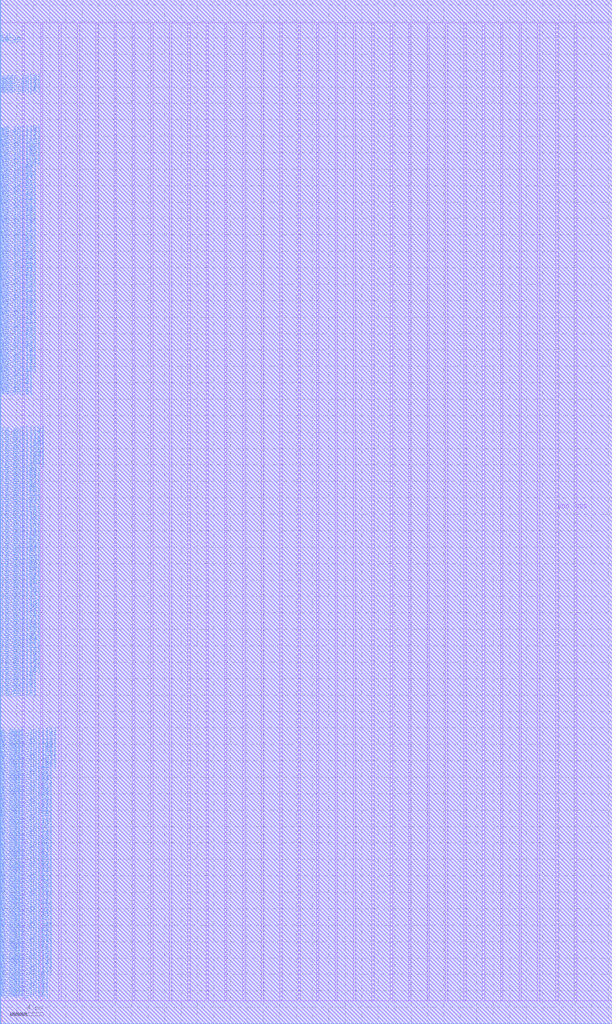
<source format=lef>
VERSION 5.7 ;
BUSBITCHARS "[]" ;
MACRO fakeram45_128x116_bottom
  FOREIGN fakeram45_128x116_bottom 0 0 ;
  SYMMETRY X Y R90 ;
  SIZE 0.19 BY 1.4 ;
  CLASS BLOCK ;
  PIN w_mask_in[0]
    DIRECTION INPUT ;
    USE SIGNAL ;
    SHAPE ABUTMENT ;
    PORT
      LAYER metal3 ;
      RECT 0.000 2.800 0.070 2.870 ;
    END
  END w_mask_in[0]
  PIN w_mask_in[1]
    DIRECTION INPUT ;
    USE SIGNAL ;
    SHAPE ABUTMENT ;
    PORT
      LAYER metal3 ;
      RECT 0.000 3.080 0.070 3.150 ;
    END
  END w_mask_in[1]
  PIN w_mask_in[2]
    DIRECTION INPUT ;
    USE SIGNAL ;
    SHAPE ABUTMENT ;
    PORT
      LAYER metal3 ;
      RECT 0.000 3.360 0.070 3.430 ;
    END
  END w_mask_in[2]
  PIN w_mask_in[3]
    DIRECTION INPUT ;
    USE SIGNAL ;
    SHAPE ABUTMENT ;
    PORT
      LAYER metal3 ;
      RECT 0.000 3.640 0.070 3.710 ;
    END
  END w_mask_in[3]
  PIN w_mask_in[4]
    DIRECTION INPUT ;
    USE SIGNAL ;
    SHAPE ABUTMENT ;
    PORT
      LAYER metal3 ;
      RECT 0.000 3.920 0.070 3.990 ;
    END
  END w_mask_in[4]
  PIN w_mask_in[5]
    DIRECTION INPUT ;
    USE SIGNAL ;
    SHAPE ABUTMENT ;
    PORT
      LAYER metal3 ;
      RECT 0.000 4.200 0.070 4.270 ;
    END
  END w_mask_in[5]
  PIN w_mask_in[6]
    DIRECTION INPUT ;
    USE SIGNAL ;
    SHAPE ABUTMENT ;
    PORT
      LAYER metal3 ;
      RECT 0.000 4.480 0.070 4.550 ;
    END
  END w_mask_in[6]
  PIN w_mask_in[7]
    DIRECTION INPUT ;
    USE SIGNAL ;
    SHAPE ABUTMENT ;
    PORT
      LAYER metal3 ;
      RECT 0.000 4.760 0.070 4.830 ;
    END
  END w_mask_in[7]
  PIN w_mask_in[8]
    DIRECTION INPUT ;
    USE SIGNAL ;
    SHAPE ABUTMENT ;
    PORT
      LAYER metal3 ;
      RECT 0.000 5.040 0.070 5.110 ;
    END
  END w_mask_in[8]
  PIN w_mask_in[9]
    DIRECTION INPUT ;
    USE SIGNAL ;
    SHAPE ABUTMENT ;
    PORT
      LAYER metal3 ;
      RECT 0.000 5.320 0.070 5.390 ;
    END
  END w_mask_in[9]
  PIN w_mask_in[10]
    DIRECTION INPUT ;
    USE SIGNAL ;
    SHAPE ABUTMENT ;
    PORT
      LAYER metal3 ;
      RECT 0.000 5.600 0.070 5.670 ;
    END
  END w_mask_in[10]
  PIN w_mask_in[11]
    DIRECTION INPUT ;
    USE SIGNAL ;
    SHAPE ABUTMENT ;
    PORT
      LAYER metal3 ;
      RECT 0.000 5.880 0.070 5.950 ;
    END
  END w_mask_in[11]
  PIN w_mask_in[12]
    DIRECTION INPUT ;
    USE SIGNAL ;
    SHAPE ABUTMENT ;
    PORT
      LAYER metal3 ;
      RECT 0.000 6.160 0.070 6.230 ;
    END
  END w_mask_in[12]
  PIN w_mask_in[13]
    DIRECTION INPUT ;
    USE SIGNAL ;
    SHAPE ABUTMENT ;
    PORT
      LAYER metal3 ;
      RECT 0.000 6.440 0.070 6.510 ;
    END
  END w_mask_in[13]
  PIN w_mask_in[14]
    DIRECTION INPUT ;
    USE SIGNAL ;
    SHAPE ABUTMENT ;
    PORT
      LAYER metal3 ;
      RECT 0.000 6.720 0.070 6.790 ;
    END
  END w_mask_in[14]
  PIN w_mask_in[15]
    DIRECTION INPUT ;
    USE SIGNAL ;
    SHAPE ABUTMENT ;
    PORT
      LAYER metal3 ;
      RECT 0.000 7.000 0.070 7.070 ;
    END
  END w_mask_in[15]
  PIN w_mask_in[16]
    DIRECTION INPUT ;
    USE SIGNAL ;
    SHAPE ABUTMENT ;
    PORT
      LAYER metal3 ;
      RECT 0.000 7.280 0.070 7.350 ;
    END
  END w_mask_in[16]
  PIN w_mask_in[17]
    DIRECTION INPUT ;
    USE SIGNAL ;
    SHAPE ABUTMENT ;
    PORT
      LAYER metal3 ;
      RECT 0.000 7.560 0.070 7.630 ;
    END
  END w_mask_in[17]
  PIN w_mask_in[18]
    DIRECTION INPUT ;
    USE SIGNAL ;
    SHAPE ABUTMENT ;
    PORT
      LAYER metal3 ;
      RECT 0.000 7.840 0.070 7.910 ;
    END
  END w_mask_in[18]
  PIN w_mask_in[19]
    DIRECTION INPUT ;
    USE SIGNAL ;
    SHAPE ABUTMENT ;
    PORT
      LAYER metal3 ;
      RECT 0.000 8.120 0.070 8.190 ;
    END
  END w_mask_in[19]
  PIN w_mask_in[20]
    DIRECTION INPUT ;
    USE SIGNAL ;
    SHAPE ABUTMENT ;
    PORT
      LAYER metal3 ;
      RECT 0.000 8.400 0.070 8.470 ;
    END
  END w_mask_in[20]
  PIN w_mask_in[21]
    DIRECTION INPUT ;
    USE SIGNAL ;
    SHAPE ABUTMENT ;
    PORT
      LAYER metal3 ;
      RECT 0.000 8.680 0.070 8.750 ;
    END
  END w_mask_in[21]
  PIN w_mask_in[22]
    DIRECTION INPUT ;
    USE SIGNAL ;
    SHAPE ABUTMENT ;
    PORT
      LAYER metal3 ;
      RECT 0.000 8.960 0.070 9.030 ;
    END
  END w_mask_in[22]
  PIN w_mask_in[23]
    DIRECTION INPUT ;
    USE SIGNAL ;
    SHAPE ABUTMENT ;
    PORT
      LAYER metal3 ;
      RECT 0.000 9.240 0.070 9.310 ;
    END
  END w_mask_in[23]
  PIN w_mask_in[24]
    DIRECTION INPUT ;
    USE SIGNAL ;
    SHAPE ABUTMENT ;
    PORT
      LAYER metal3 ;
      RECT 0.000 9.520 0.070 9.590 ;
    END
  END w_mask_in[24]
  PIN w_mask_in[25]
    DIRECTION INPUT ;
    USE SIGNAL ;
    SHAPE ABUTMENT ;
    PORT
      LAYER metal3 ;
      RECT 0.000 9.800 0.070 9.870 ;
    END
  END w_mask_in[25]
  PIN w_mask_in[26]
    DIRECTION INPUT ;
    USE SIGNAL ;
    SHAPE ABUTMENT ;
    PORT
      LAYER metal3 ;
      RECT 0.000 10.080 0.070 10.150 ;
    END
  END w_mask_in[26]
  PIN w_mask_in[27]
    DIRECTION INPUT ;
    USE SIGNAL ;
    SHAPE ABUTMENT ;
    PORT
      LAYER metal3 ;
      RECT 0.000 10.360 0.070 10.430 ;
    END
  END w_mask_in[27]
  PIN w_mask_in[28]
    DIRECTION INPUT ;
    USE SIGNAL ;
    SHAPE ABUTMENT ;
    PORT
      LAYER metal3 ;
      RECT 0.000 10.640 0.070 10.710 ;
    END
  END w_mask_in[28]
  PIN w_mask_in[29]
    DIRECTION INPUT ;
    USE SIGNAL ;
    SHAPE ABUTMENT ;
    PORT
      LAYER metal3 ;
      RECT 0.000 10.920 0.070 10.990 ;
    END
  END w_mask_in[29]
  PIN w_mask_in[30]
    DIRECTION INPUT ;
    USE SIGNAL ;
    SHAPE ABUTMENT ;
    PORT
      LAYER metal3 ;
      RECT 0.000 11.200 0.070 11.270 ;
    END
  END w_mask_in[30]
  PIN w_mask_in[31]
    DIRECTION INPUT ;
    USE SIGNAL ;
    SHAPE ABUTMENT ;
    PORT
      LAYER metal3 ;
      RECT 0.000 11.480 0.070 11.550 ;
    END
  END w_mask_in[31]
  PIN w_mask_in[32]
    DIRECTION INPUT ;
    USE SIGNAL ;
    SHAPE ABUTMENT ;
    PORT
      LAYER metal3 ;
      RECT 0.000 11.760 0.070 11.830 ;
    END
  END w_mask_in[32]
  PIN w_mask_in[33]
    DIRECTION INPUT ;
    USE SIGNAL ;
    SHAPE ABUTMENT ;
    PORT
      LAYER metal3 ;
      RECT 0.000 12.040 0.070 12.110 ;
    END
  END w_mask_in[33]
  PIN w_mask_in[34]
    DIRECTION INPUT ;
    USE SIGNAL ;
    SHAPE ABUTMENT ;
    PORT
      LAYER metal3 ;
      RECT 0.000 12.320 0.070 12.390 ;
    END
  END w_mask_in[34]
  PIN w_mask_in[35]
    DIRECTION INPUT ;
    USE SIGNAL ;
    SHAPE ABUTMENT ;
    PORT
      LAYER metal3 ;
      RECT 0.000 12.600 0.070 12.670 ;
    END
  END w_mask_in[35]
  PIN w_mask_in[36]
    DIRECTION INPUT ;
    USE SIGNAL ;
    SHAPE ABUTMENT ;
    PORT
      LAYER metal3 ;
      RECT 0.000 12.880 0.070 12.950 ;
    END
  END w_mask_in[36]
  PIN w_mask_in[37]
    DIRECTION INPUT ;
    USE SIGNAL ;
    SHAPE ABUTMENT ;
    PORT
      LAYER metal3 ;
      RECT 0.000 13.160 0.070 13.230 ;
    END
  END w_mask_in[37]
  PIN w_mask_in[38]
    DIRECTION INPUT ;
    USE SIGNAL ;
    SHAPE ABUTMENT ;
    PORT
      LAYER metal3 ;
      RECT 0.000 13.440 0.070 13.510 ;
    END
  END w_mask_in[38]
  PIN w_mask_in[39]
    DIRECTION INPUT ;
    USE SIGNAL ;
    SHAPE ABUTMENT ;
    PORT
      LAYER metal3 ;
      RECT 0.000 13.720 0.070 13.790 ;
    END
  END w_mask_in[39]
  PIN w_mask_in[40]
    DIRECTION INPUT ;
    USE SIGNAL ;
    SHAPE ABUTMENT ;
    PORT
      LAYER metal3 ;
      RECT 0.000 14.000 0.070 14.070 ;
    END
  END w_mask_in[40]
  PIN w_mask_in[41]
    DIRECTION INPUT ;
    USE SIGNAL ;
    SHAPE ABUTMENT ;
    PORT
      LAYER metal3 ;
      RECT 0.000 14.280 0.070 14.350 ;
    END
  END w_mask_in[41]
  PIN w_mask_in[42]
    DIRECTION INPUT ;
    USE SIGNAL ;
    SHAPE ABUTMENT ;
    PORT
      LAYER metal3 ;
      RECT 0.000 14.560 0.070 14.630 ;
    END
  END w_mask_in[42]
  PIN w_mask_in[43]
    DIRECTION INPUT ;
    USE SIGNAL ;
    SHAPE ABUTMENT ;
    PORT
      LAYER metal3 ;
      RECT 0.000 14.840 0.070 14.910 ;
    END
  END w_mask_in[43]
  PIN w_mask_in[44]
    DIRECTION INPUT ;
    USE SIGNAL ;
    SHAPE ABUTMENT ;
    PORT
      LAYER metal3 ;
      RECT 0.000 15.120 0.070 15.190 ;
    END
  END w_mask_in[44]
  PIN w_mask_in[45]
    DIRECTION INPUT ;
    USE SIGNAL ;
    SHAPE ABUTMENT ;
    PORT
      LAYER metal3 ;
      RECT 0.000 15.400 0.070 15.470 ;
    END
  END w_mask_in[45]
  PIN w_mask_in[46]
    DIRECTION INPUT ;
    USE SIGNAL ;
    SHAPE ABUTMENT ;
    PORT
      LAYER metal3 ;
      RECT 0.000 15.680 0.070 15.750 ;
    END
  END w_mask_in[46]
  PIN w_mask_in[47]
    DIRECTION INPUT ;
    USE SIGNAL ;
    SHAPE ABUTMENT ;
    PORT
      LAYER metal3 ;
      RECT 0.000 15.960 0.070 16.030 ;
    END
  END w_mask_in[47]
  PIN w_mask_in[48]
    DIRECTION INPUT ;
    USE SIGNAL ;
    SHAPE ABUTMENT ;
    PORT
      LAYER metal3 ;
      RECT 0.000 16.240 0.070 16.310 ;
    END
  END w_mask_in[48]
  PIN w_mask_in[49]
    DIRECTION INPUT ;
    USE SIGNAL ;
    SHAPE ABUTMENT ;
    PORT
      LAYER metal3 ;
      RECT 0.000 16.520 0.070 16.590 ;
    END
  END w_mask_in[49]
  PIN w_mask_in[50]
    DIRECTION INPUT ;
    USE SIGNAL ;
    SHAPE ABUTMENT ;
    PORT
      LAYER metal3 ;
      RECT 0.000 16.800 0.070 16.870 ;
    END
  END w_mask_in[50]
  PIN w_mask_in[51]
    DIRECTION INPUT ;
    USE SIGNAL ;
    SHAPE ABUTMENT ;
    PORT
      LAYER metal3 ;
      RECT 0.000 17.080 0.070 17.150 ;
    END
  END w_mask_in[51]
  PIN w_mask_in[52]
    DIRECTION INPUT ;
    USE SIGNAL ;
    SHAPE ABUTMENT ;
    PORT
      LAYER metal3 ;
      RECT 0.000 17.360 0.070 17.430 ;
    END
  END w_mask_in[52]
  PIN w_mask_in[53]
    DIRECTION INPUT ;
    USE SIGNAL ;
    SHAPE ABUTMENT ;
    PORT
      LAYER metal3 ;
      RECT 0.000 17.640 0.070 17.710 ;
    END
  END w_mask_in[53]
  PIN w_mask_in[54]
    DIRECTION INPUT ;
    USE SIGNAL ;
    SHAPE ABUTMENT ;
    PORT
      LAYER metal3 ;
      RECT 0.000 17.920 0.070 17.990 ;
    END
  END w_mask_in[54]
  PIN w_mask_in[55]
    DIRECTION INPUT ;
    USE SIGNAL ;
    SHAPE ABUTMENT ;
    PORT
      LAYER metal3 ;
      RECT 0.000 18.200 0.070 18.270 ;
    END
  END w_mask_in[55]
  PIN w_mask_in[56]
    DIRECTION INPUT ;
    USE SIGNAL ;
    SHAPE ABUTMENT ;
    PORT
      LAYER metal3 ;
      RECT 0.000 18.480 0.070 18.550 ;
    END
  END w_mask_in[56]
  PIN w_mask_in[57]
    DIRECTION INPUT ;
    USE SIGNAL ;
    SHAPE ABUTMENT ;
    PORT
      LAYER metal3 ;
      RECT 0.000 18.760 0.070 18.830 ;
    END
  END w_mask_in[57]
  PIN w_mask_in[58]
    DIRECTION INPUT ;
    USE SIGNAL ;
    SHAPE ABUTMENT ;
    PORT
      LAYER metal3 ;
      RECT 0.000 19.040 0.070 19.110 ;
    END
  END w_mask_in[58]
  PIN w_mask_in[59]
    DIRECTION INPUT ;
    USE SIGNAL ;
    SHAPE ABUTMENT ;
    PORT
      LAYER metal3 ;
      RECT 0.000 19.320 0.070 19.390 ;
    END
  END w_mask_in[59]
  PIN w_mask_in[60]
    DIRECTION INPUT ;
    USE SIGNAL ;
    SHAPE ABUTMENT ;
    PORT
      LAYER metal3 ;
      RECT 0.000 19.600 0.070 19.670 ;
    END
  END w_mask_in[60]
  PIN w_mask_in[61]
    DIRECTION INPUT ;
    USE SIGNAL ;
    SHAPE ABUTMENT ;
    PORT
      LAYER metal3 ;
      RECT 0.000 19.880 0.070 19.950 ;
    END
  END w_mask_in[61]
  PIN w_mask_in[62]
    DIRECTION INPUT ;
    USE SIGNAL ;
    SHAPE ABUTMENT ;
    PORT
      LAYER metal3 ;
      RECT 0.000 20.160 0.070 20.230 ;
    END
  END w_mask_in[62]
  PIN w_mask_in[63]
    DIRECTION INPUT ;
    USE SIGNAL ;
    SHAPE ABUTMENT ;
    PORT
      LAYER metal3 ;
      RECT 0.000 20.440 0.070 20.510 ;
    END
  END w_mask_in[63]
  PIN w_mask_in[64]
    DIRECTION INPUT ;
    USE SIGNAL ;
    SHAPE ABUTMENT ;
    PORT
      LAYER metal3 ;
      RECT 0.000 20.720 0.070 20.790 ;
    END
  END w_mask_in[64]
  PIN w_mask_in[65]
    DIRECTION INPUT ;
    USE SIGNAL ;
    SHAPE ABUTMENT ;
    PORT
      LAYER metal3 ;
      RECT 0.000 21.000 0.070 21.070 ;
    END
  END w_mask_in[65]
  PIN w_mask_in[66]
    DIRECTION INPUT ;
    USE SIGNAL ;
    SHAPE ABUTMENT ;
    PORT
      LAYER metal3 ;
      RECT 0.000 21.280 0.070 21.350 ;
    END
  END w_mask_in[66]
  PIN w_mask_in[67]
    DIRECTION INPUT ;
    USE SIGNAL ;
    SHAPE ABUTMENT ;
    PORT
      LAYER metal3 ;
      RECT 0.000 21.560 0.070 21.630 ;
    END
  END w_mask_in[67]
  PIN w_mask_in[68]
    DIRECTION INPUT ;
    USE SIGNAL ;
    SHAPE ABUTMENT ;
    PORT
      LAYER metal3 ;
      RECT 0.000 21.840 0.070 21.910 ;
    END
  END w_mask_in[68]
  PIN w_mask_in[69]
    DIRECTION INPUT ;
    USE SIGNAL ;
    SHAPE ABUTMENT ;
    PORT
      LAYER metal3 ;
      RECT 0.000 22.120 0.070 22.190 ;
    END
  END w_mask_in[69]
  PIN w_mask_in[70]
    DIRECTION INPUT ;
    USE SIGNAL ;
    SHAPE ABUTMENT ;
    PORT
      LAYER metal3 ;
      RECT 0.000 22.400 0.070 22.470 ;
    END
  END w_mask_in[70]
  PIN w_mask_in[71]
    DIRECTION INPUT ;
    USE SIGNAL ;
    SHAPE ABUTMENT ;
    PORT
      LAYER metal3 ;
      RECT 0.000 22.680 0.070 22.750 ;
    END
  END w_mask_in[71]
  PIN w_mask_in[72]
    DIRECTION INPUT ;
    USE SIGNAL ;
    SHAPE ABUTMENT ;
    PORT
      LAYER metal3 ;
      RECT 0.000 22.960 0.070 23.030 ;
    END
  END w_mask_in[72]
  PIN w_mask_in[73]
    DIRECTION INPUT ;
    USE SIGNAL ;
    SHAPE ABUTMENT ;
    PORT
      LAYER metal3 ;
      RECT 0.000 23.240 0.070 23.310 ;
    END
  END w_mask_in[73]
  PIN w_mask_in[74]
    DIRECTION INPUT ;
    USE SIGNAL ;
    SHAPE ABUTMENT ;
    PORT
      LAYER metal3 ;
      RECT 0.000 23.520 0.070 23.590 ;
    END
  END w_mask_in[74]
  PIN w_mask_in[75]
    DIRECTION INPUT ;
    USE SIGNAL ;
    SHAPE ABUTMENT ;
    PORT
      LAYER metal3 ;
      RECT 0.000 23.800 0.070 23.870 ;
    END
  END w_mask_in[75]
  PIN w_mask_in[76]
    DIRECTION INPUT ;
    USE SIGNAL ;
    SHAPE ABUTMENT ;
    PORT
      LAYER metal3 ;
      RECT 0.000 24.080 0.070 24.150 ;
    END
  END w_mask_in[76]
  PIN w_mask_in[77]
    DIRECTION INPUT ;
    USE SIGNAL ;
    SHAPE ABUTMENT ;
    PORT
      LAYER metal3 ;
      RECT 0.000 24.360 0.070 24.430 ;
    END
  END w_mask_in[77]
  PIN w_mask_in[78]
    DIRECTION INPUT ;
    USE SIGNAL ;
    SHAPE ABUTMENT ;
    PORT
      LAYER metal3 ;
      RECT 0.000 24.640 0.070 24.710 ;
    END
  END w_mask_in[78]
  PIN w_mask_in[79]
    DIRECTION INPUT ;
    USE SIGNAL ;
    SHAPE ABUTMENT ;
    PORT
      LAYER metal3 ;
      RECT 0.000 24.920 0.070 24.990 ;
    END
  END w_mask_in[79]
  PIN w_mask_in[80]
    DIRECTION INPUT ;
    USE SIGNAL ;
    SHAPE ABUTMENT ;
    PORT
      LAYER metal3 ;
      RECT 0.000 25.200 0.070 25.270 ;
    END
  END w_mask_in[80]
  PIN w_mask_in[81]
    DIRECTION INPUT ;
    USE SIGNAL ;
    SHAPE ABUTMENT ;
    PORT
      LAYER metal3 ;
      RECT 0.000 25.480 0.070 25.550 ;
    END
  END w_mask_in[81]
  PIN w_mask_in[82]
    DIRECTION INPUT ;
    USE SIGNAL ;
    SHAPE ABUTMENT ;
    PORT
      LAYER metal3 ;
      RECT 0.000 25.760 0.070 25.830 ;
    END
  END w_mask_in[82]
  PIN w_mask_in[83]
    DIRECTION INPUT ;
    USE SIGNAL ;
    SHAPE ABUTMENT ;
    PORT
      LAYER metal3 ;
      RECT 0.000 26.040 0.070 26.110 ;
    END
  END w_mask_in[83]
  PIN w_mask_in[84]
    DIRECTION INPUT ;
    USE SIGNAL ;
    SHAPE ABUTMENT ;
    PORT
      LAYER metal3 ;
      RECT 0.000 26.320 0.070 26.390 ;
    END
  END w_mask_in[84]
  PIN w_mask_in[85]
    DIRECTION INPUT ;
    USE SIGNAL ;
    SHAPE ABUTMENT ;
    PORT
      LAYER metal3 ;
      RECT 0.000 26.600 0.070 26.670 ;
    END
  END w_mask_in[85]
  PIN w_mask_in[86]
    DIRECTION INPUT ;
    USE SIGNAL ;
    SHAPE ABUTMENT ;
    PORT
      LAYER metal3 ;
      RECT 0.000 26.880 0.070 26.950 ;
    END
  END w_mask_in[86]
  PIN w_mask_in[87]
    DIRECTION INPUT ;
    USE SIGNAL ;
    SHAPE ABUTMENT ;
    PORT
      LAYER metal3 ;
      RECT 0.000 27.160 0.070 27.230 ;
    END
  END w_mask_in[87]
  PIN w_mask_in[88]
    DIRECTION INPUT ;
    USE SIGNAL ;
    SHAPE ABUTMENT ;
    PORT
      LAYER metal3 ;
      RECT 0.000 27.440 0.070 27.510 ;
    END
  END w_mask_in[88]
  PIN w_mask_in[89]
    DIRECTION INPUT ;
    USE SIGNAL ;
    SHAPE ABUTMENT ;
    PORT
      LAYER metal3 ;
      RECT 0.000 27.720 0.070 27.790 ;
    END
  END w_mask_in[89]
  PIN w_mask_in[90]
    DIRECTION INPUT ;
    USE SIGNAL ;
    SHAPE ABUTMENT ;
    PORT
      LAYER metal3 ;
      RECT 0.000 28.000 0.070 28.070 ;
    END
  END w_mask_in[90]
  PIN w_mask_in[91]
    DIRECTION INPUT ;
    USE SIGNAL ;
    SHAPE ABUTMENT ;
    PORT
      LAYER metal3 ;
      RECT 0.000 28.280 0.070 28.350 ;
    END
  END w_mask_in[91]
  PIN w_mask_in[92]
    DIRECTION INPUT ;
    USE SIGNAL ;
    SHAPE ABUTMENT ;
    PORT
      LAYER metal3 ;
      RECT 0.000 28.560 0.070 28.630 ;
    END
  END w_mask_in[92]
  PIN w_mask_in[93]
    DIRECTION INPUT ;
    USE SIGNAL ;
    SHAPE ABUTMENT ;
    PORT
      LAYER metal3 ;
      RECT 0.000 28.840 0.070 28.910 ;
    END
  END w_mask_in[93]
  PIN w_mask_in[94]
    DIRECTION INPUT ;
    USE SIGNAL ;
    SHAPE ABUTMENT ;
    PORT
      LAYER metal3 ;
      RECT 0.000 29.120 0.070 29.190 ;
    END
  END w_mask_in[94]
  PIN w_mask_in[95]
    DIRECTION INPUT ;
    USE SIGNAL ;
    SHAPE ABUTMENT ;
    PORT
      LAYER metal3 ;
      RECT 0.000 29.400 0.070 29.470 ;
    END
  END w_mask_in[95]
  PIN w_mask_in[96]
    DIRECTION INPUT ;
    USE SIGNAL ;
    SHAPE ABUTMENT ;
    PORT
      LAYER metal3 ;
      RECT 0.000 29.680 0.070 29.750 ;
    END
  END w_mask_in[96]
  PIN w_mask_in[97]
    DIRECTION INPUT ;
    USE SIGNAL ;
    SHAPE ABUTMENT ;
    PORT
      LAYER metal3 ;
      RECT 0.000 29.960 0.070 30.030 ;
    END
  END w_mask_in[97]
  PIN w_mask_in[98]
    DIRECTION INPUT ;
    USE SIGNAL ;
    SHAPE ABUTMENT ;
    PORT
      LAYER metal3 ;
      RECT 0.000 30.240 0.070 30.310 ;
    END
  END w_mask_in[98]
  PIN w_mask_in[99]
    DIRECTION INPUT ;
    USE SIGNAL ;
    SHAPE ABUTMENT ;
    PORT
      LAYER metal3 ;
      RECT 0.000 30.520 0.070 30.590 ;
    END
  END w_mask_in[99]
  PIN w_mask_in[100]
    DIRECTION INPUT ;
    USE SIGNAL ;
    SHAPE ABUTMENT ;
    PORT
      LAYER metal3 ;
      RECT 0.000 30.800 0.070 30.870 ;
    END
  END w_mask_in[100]
  PIN w_mask_in[101]
    DIRECTION INPUT ;
    USE SIGNAL ;
    SHAPE ABUTMENT ;
    PORT
      LAYER metal3 ;
      RECT 0.000 31.080 0.070 31.150 ;
    END
  END w_mask_in[101]
  PIN w_mask_in[102]
    DIRECTION INPUT ;
    USE SIGNAL ;
    SHAPE ABUTMENT ;
    PORT
      LAYER metal3 ;
      RECT 0.000 31.360 0.070 31.430 ;
    END
  END w_mask_in[102]
  PIN w_mask_in[103]
    DIRECTION INPUT ;
    USE SIGNAL ;
    SHAPE ABUTMENT ;
    PORT
      LAYER metal3 ;
      RECT 0.000 31.640 0.070 31.710 ;
    END
  END w_mask_in[103]
  PIN w_mask_in[104]
    DIRECTION INPUT ;
    USE SIGNAL ;
    SHAPE ABUTMENT ;
    PORT
      LAYER metal3 ;
      RECT 0.000 31.920 0.070 31.990 ;
    END
  END w_mask_in[104]
  PIN w_mask_in[105]
    DIRECTION INPUT ;
    USE SIGNAL ;
    SHAPE ABUTMENT ;
    PORT
      LAYER metal3 ;
      RECT 0.000 32.200 0.070 32.270 ;
    END
  END w_mask_in[105]
  PIN w_mask_in[106]
    DIRECTION INPUT ;
    USE SIGNAL ;
    SHAPE ABUTMENT ;
    PORT
      LAYER metal3 ;
      RECT 0.000 32.480 0.070 32.550 ;
    END
  END w_mask_in[106]
  PIN w_mask_in[107]
    DIRECTION INPUT ;
    USE SIGNAL ;
    SHAPE ABUTMENT ;
    PORT
      LAYER metal3 ;
      RECT 0.000 32.760 0.070 32.830 ;
    END
  END w_mask_in[107]
  PIN w_mask_in[108]
    DIRECTION INPUT ;
    USE SIGNAL ;
    SHAPE ABUTMENT ;
    PORT
      LAYER metal3 ;
      RECT 0.000 33.040 0.070 33.110 ;
    END
  END w_mask_in[108]
  PIN w_mask_in[109]
    DIRECTION INPUT ;
    USE SIGNAL ;
    SHAPE ABUTMENT ;
    PORT
      LAYER metal3 ;
      RECT 0.000 33.320 0.070 33.390 ;
    END
  END w_mask_in[109]
  PIN w_mask_in[110]
    DIRECTION INPUT ;
    USE SIGNAL ;
    SHAPE ABUTMENT ;
    PORT
      LAYER metal3 ;
      RECT 0.000 33.600 0.070 33.670 ;
    END
  END w_mask_in[110]
  PIN w_mask_in[111]
    DIRECTION INPUT ;
    USE SIGNAL ;
    SHAPE ABUTMENT ;
    PORT
      LAYER metal3 ;
      RECT 0.000 33.880 0.070 33.950 ;
    END
  END w_mask_in[111]
  PIN w_mask_in[112]
    DIRECTION INPUT ;
    USE SIGNAL ;
    SHAPE ABUTMENT ;
    PORT
      LAYER metal3 ;
      RECT 0.000 34.160 0.070 34.230 ;
    END
  END w_mask_in[112]
  PIN w_mask_in[113]
    DIRECTION INPUT ;
    USE SIGNAL ;
    SHAPE ABUTMENT ;
    PORT
      LAYER metal3 ;
      RECT 0.000 34.440 0.070 34.510 ;
    END
  END w_mask_in[113]
  PIN w_mask_in[114]
    DIRECTION INPUT ;
    USE SIGNAL ;
    SHAPE ABUTMENT ;
    PORT
      LAYER metal3 ;
      RECT 0.000 34.720 0.070 34.790 ;
    END
  END w_mask_in[114]
  PIN w_mask_in[115]
    DIRECTION INPUT ;
    USE SIGNAL ;
    SHAPE ABUTMENT ;
    PORT
      LAYER metal3 ;
      RECT 0.000 35.000 0.070 35.070 ;
    END
  END w_mask_in[115]
  PIN rd_out[0]
    DIRECTION OUTPUT ;
    USE SIGNAL ;
    SHAPE ABUTMENT ;
    PORT
      LAYER metal3 ;
      RECT 0.000 39.480 0.070 39.550 ;
    END
  END rd_out[0]
  PIN rd_out[1]
    DIRECTION OUTPUT ;
    USE SIGNAL ;
    SHAPE ABUTMENT ;
    PORT
      LAYER metal3 ;
      RECT 0.000 39.760 0.070 39.830 ;
    END
  END rd_out[1]
  PIN rd_out[2]
    DIRECTION OUTPUT ;
    USE SIGNAL ;
    SHAPE ABUTMENT ;
    PORT
      LAYER metal3 ;
      RECT 0.000 40.040 0.070 40.110 ;
    END
  END rd_out[2]
  PIN rd_out[3]
    DIRECTION OUTPUT ;
    USE SIGNAL ;
    SHAPE ABUTMENT ;
    PORT
      LAYER metal3 ;
      RECT 0.000 40.320 0.070 40.390 ;
    END
  END rd_out[3]
  PIN rd_out[4]
    DIRECTION OUTPUT ;
    USE SIGNAL ;
    SHAPE ABUTMENT ;
    PORT
      LAYER metal3 ;
      RECT 0.000 40.600 0.070 40.670 ;
    END
  END rd_out[4]
  PIN rd_out[5]
    DIRECTION OUTPUT ;
    USE SIGNAL ;
    SHAPE ABUTMENT ;
    PORT
      LAYER metal3 ;
      RECT 0.000 40.880 0.070 40.950 ;
    END
  END rd_out[5]
  PIN rd_out[6]
    DIRECTION OUTPUT ;
    USE SIGNAL ;
    SHAPE ABUTMENT ;
    PORT
      LAYER metal3 ;
      RECT 0.000 41.160 0.070 41.230 ;
    END
  END rd_out[6]
  PIN rd_out[7]
    DIRECTION OUTPUT ;
    USE SIGNAL ;
    SHAPE ABUTMENT ;
    PORT
      LAYER metal3 ;
      RECT 0.000 41.440 0.070 41.510 ;
    END
  END rd_out[7]
  PIN rd_out[8]
    DIRECTION OUTPUT ;
    USE SIGNAL ;
    SHAPE ABUTMENT ;
    PORT
      LAYER metal3 ;
      RECT 0.000 41.720 0.070 41.790 ;
    END
  END rd_out[8]
  PIN rd_out[9]
    DIRECTION OUTPUT ;
    USE SIGNAL ;
    SHAPE ABUTMENT ;
    PORT
      LAYER metal3 ;
      RECT 0.000 42.000 0.070 42.070 ;
    END
  END rd_out[9]
  PIN rd_out[10]
    DIRECTION OUTPUT ;
    USE SIGNAL ;
    SHAPE ABUTMENT ;
    PORT
      LAYER metal3 ;
      RECT 0.000 42.280 0.070 42.350 ;
    END
  END rd_out[10]
  PIN rd_out[11]
    DIRECTION OUTPUT ;
    USE SIGNAL ;
    SHAPE ABUTMENT ;
    PORT
      LAYER metal3 ;
      RECT 0.000 42.560 0.070 42.630 ;
    END
  END rd_out[11]
  PIN rd_out[12]
    DIRECTION OUTPUT ;
    USE SIGNAL ;
    SHAPE ABUTMENT ;
    PORT
      LAYER metal3 ;
      RECT 0.000 42.840 0.070 42.910 ;
    END
  END rd_out[12]
  PIN rd_out[13]
    DIRECTION OUTPUT ;
    USE SIGNAL ;
    SHAPE ABUTMENT ;
    PORT
      LAYER metal3 ;
      RECT 0.000 43.120 0.070 43.190 ;
    END
  END rd_out[13]
  PIN rd_out[14]
    DIRECTION OUTPUT ;
    USE SIGNAL ;
    SHAPE ABUTMENT ;
    PORT
      LAYER metal3 ;
      RECT 0.000 43.400 0.070 43.470 ;
    END
  END rd_out[14]
  PIN rd_out[15]
    DIRECTION OUTPUT ;
    USE SIGNAL ;
    SHAPE ABUTMENT ;
    PORT
      LAYER metal3 ;
      RECT 0.000 43.680 0.070 43.750 ;
    END
  END rd_out[15]
  PIN rd_out[16]
    DIRECTION OUTPUT ;
    USE SIGNAL ;
    SHAPE ABUTMENT ;
    PORT
      LAYER metal3 ;
      RECT 0.000 43.960 0.070 44.030 ;
    END
  END rd_out[16]
  PIN rd_out[17]
    DIRECTION OUTPUT ;
    USE SIGNAL ;
    SHAPE ABUTMENT ;
    PORT
      LAYER metal3 ;
      RECT 0.000 44.240 0.070 44.310 ;
    END
  END rd_out[17]
  PIN rd_out[18]
    DIRECTION OUTPUT ;
    USE SIGNAL ;
    SHAPE ABUTMENT ;
    PORT
      LAYER metal3 ;
      RECT 0.000 44.520 0.070 44.590 ;
    END
  END rd_out[18]
  PIN rd_out[19]
    DIRECTION OUTPUT ;
    USE SIGNAL ;
    SHAPE ABUTMENT ;
    PORT
      LAYER metal3 ;
      RECT 0.000 44.800 0.070 44.870 ;
    END
  END rd_out[19]
  PIN rd_out[20]
    DIRECTION OUTPUT ;
    USE SIGNAL ;
    SHAPE ABUTMENT ;
    PORT
      LAYER metal3 ;
      RECT 0.000 45.080 0.070 45.150 ;
    END
  END rd_out[20]
  PIN rd_out[21]
    DIRECTION OUTPUT ;
    USE SIGNAL ;
    SHAPE ABUTMENT ;
    PORT
      LAYER metal3 ;
      RECT 0.000 45.360 0.070 45.430 ;
    END
  END rd_out[21]
  PIN rd_out[22]
    DIRECTION OUTPUT ;
    USE SIGNAL ;
    SHAPE ABUTMENT ;
    PORT
      LAYER metal3 ;
      RECT 0.000 45.640 0.070 45.710 ;
    END
  END rd_out[22]
  PIN rd_out[23]
    DIRECTION OUTPUT ;
    USE SIGNAL ;
    SHAPE ABUTMENT ;
    PORT
      LAYER metal3 ;
      RECT 0.000 45.920 0.070 45.990 ;
    END
  END rd_out[23]
  PIN rd_out[24]
    DIRECTION OUTPUT ;
    USE SIGNAL ;
    SHAPE ABUTMENT ;
    PORT
      LAYER metal3 ;
      RECT 0.000 46.200 0.070 46.270 ;
    END
  END rd_out[24]
  PIN rd_out[25]
    DIRECTION OUTPUT ;
    USE SIGNAL ;
    SHAPE ABUTMENT ;
    PORT
      LAYER metal3 ;
      RECT 0.000 46.480 0.070 46.550 ;
    END
  END rd_out[25]
  PIN rd_out[26]
    DIRECTION OUTPUT ;
    USE SIGNAL ;
    SHAPE ABUTMENT ;
    PORT
      LAYER metal3 ;
      RECT 0.000 46.760 0.070 46.830 ;
    END
  END rd_out[26]
  PIN rd_out[27]
    DIRECTION OUTPUT ;
    USE SIGNAL ;
    SHAPE ABUTMENT ;
    PORT
      LAYER metal3 ;
      RECT 0.000 47.040 0.070 47.110 ;
    END
  END rd_out[27]
  PIN rd_out[28]
    DIRECTION OUTPUT ;
    USE SIGNAL ;
    SHAPE ABUTMENT ;
    PORT
      LAYER metal3 ;
      RECT 0.000 47.320 0.070 47.390 ;
    END
  END rd_out[28]
  PIN rd_out[29]
    DIRECTION OUTPUT ;
    USE SIGNAL ;
    SHAPE ABUTMENT ;
    PORT
      LAYER metal3 ;
      RECT 0.000 47.600 0.070 47.670 ;
    END
  END rd_out[29]
  PIN rd_out[30]
    DIRECTION OUTPUT ;
    USE SIGNAL ;
    SHAPE ABUTMENT ;
    PORT
      LAYER metal3 ;
      RECT 0.000 47.880 0.070 47.950 ;
    END
  END rd_out[30]
  PIN rd_out[31]
    DIRECTION OUTPUT ;
    USE SIGNAL ;
    SHAPE ABUTMENT ;
    PORT
      LAYER metal3 ;
      RECT 0.000 48.160 0.070 48.230 ;
    END
  END rd_out[31]
  PIN rd_out[32]
    DIRECTION OUTPUT ;
    USE SIGNAL ;
    SHAPE ABUTMENT ;
    PORT
      LAYER metal3 ;
      RECT 0.000 48.440 0.070 48.510 ;
    END
  END rd_out[32]
  PIN rd_out[33]
    DIRECTION OUTPUT ;
    USE SIGNAL ;
    SHAPE ABUTMENT ;
    PORT
      LAYER metal3 ;
      RECT 0.000 48.720 0.070 48.790 ;
    END
  END rd_out[33]
  PIN rd_out[34]
    DIRECTION OUTPUT ;
    USE SIGNAL ;
    SHAPE ABUTMENT ;
    PORT
      LAYER metal3 ;
      RECT 0.000 49.000 0.070 49.070 ;
    END
  END rd_out[34]
  PIN rd_out[35]
    DIRECTION OUTPUT ;
    USE SIGNAL ;
    SHAPE ABUTMENT ;
    PORT
      LAYER metal3 ;
      RECT 0.000 49.280 0.070 49.350 ;
    END
  END rd_out[35]
  PIN rd_out[36]
    DIRECTION OUTPUT ;
    USE SIGNAL ;
    SHAPE ABUTMENT ;
    PORT
      LAYER metal3 ;
      RECT 0.000 49.560 0.070 49.630 ;
    END
  END rd_out[36]
  PIN rd_out[37]
    DIRECTION OUTPUT ;
    USE SIGNAL ;
    SHAPE ABUTMENT ;
    PORT
      LAYER metal3 ;
      RECT 0.000 49.840 0.070 49.910 ;
    END
  END rd_out[37]
  PIN rd_out[38]
    DIRECTION OUTPUT ;
    USE SIGNAL ;
    SHAPE ABUTMENT ;
    PORT
      LAYER metal3 ;
      RECT 0.000 50.120 0.070 50.190 ;
    END
  END rd_out[38]
  PIN rd_out[39]
    DIRECTION OUTPUT ;
    USE SIGNAL ;
    SHAPE ABUTMENT ;
    PORT
      LAYER metal3 ;
      RECT 0.000 50.400 0.070 50.470 ;
    END
  END rd_out[39]
  PIN rd_out[40]
    DIRECTION OUTPUT ;
    USE SIGNAL ;
    SHAPE ABUTMENT ;
    PORT
      LAYER metal3 ;
      RECT 0.000 50.680 0.070 50.750 ;
    END
  END rd_out[40]
  PIN rd_out[41]
    DIRECTION OUTPUT ;
    USE SIGNAL ;
    SHAPE ABUTMENT ;
    PORT
      LAYER metal3 ;
      RECT 0.000 50.960 0.070 51.030 ;
    END
  END rd_out[41]
  PIN rd_out[42]
    DIRECTION OUTPUT ;
    USE SIGNAL ;
    SHAPE ABUTMENT ;
    PORT
      LAYER metal3 ;
      RECT 0.000 51.240 0.070 51.310 ;
    END
  END rd_out[42]
  PIN rd_out[43]
    DIRECTION OUTPUT ;
    USE SIGNAL ;
    SHAPE ABUTMENT ;
    PORT
      LAYER metal3 ;
      RECT 0.000 51.520 0.070 51.590 ;
    END
  END rd_out[43]
  PIN rd_out[44]
    DIRECTION OUTPUT ;
    USE SIGNAL ;
    SHAPE ABUTMENT ;
    PORT
      LAYER metal3 ;
      RECT 0.000 51.800 0.070 51.870 ;
    END
  END rd_out[44]
  PIN rd_out[45]
    DIRECTION OUTPUT ;
    USE SIGNAL ;
    SHAPE ABUTMENT ;
    PORT
      LAYER metal3 ;
      RECT 0.000 52.080 0.070 52.150 ;
    END
  END rd_out[45]
  PIN rd_out[46]
    DIRECTION OUTPUT ;
    USE SIGNAL ;
    SHAPE ABUTMENT ;
    PORT
      LAYER metal3 ;
      RECT 0.000 52.360 0.070 52.430 ;
    END
  END rd_out[46]
  PIN rd_out[47]
    DIRECTION OUTPUT ;
    USE SIGNAL ;
    SHAPE ABUTMENT ;
    PORT
      LAYER metal3 ;
      RECT 0.000 52.640 0.070 52.710 ;
    END
  END rd_out[47]
  PIN rd_out[48]
    DIRECTION OUTPUT ;
    USE SIGNAL ;
    SHAPE ABUTMENT ;
    PORT
      LAYER metal3 ;
      RECT 0.000 52.920 0.070 52.990 ;
    END
  END rd_out[48]
  PIN rd_out[49]
    DIRECTION OUTPUT ;
    USE SIGNAL ;
    SHAPE ABUTMENT ;
    PORT
      LAYER metal3 ;
      RECT 0.000 53.200 0.070 53.270 ;
    END
  END rd_out[49]
  PIN rd_out[50]
    DIRECTION OUTPUT ;
    USE SIGNAL ;
    SHAPE ABUTMENT ;
    PORT
      LAYER metal3 ;
      RECT 0.000 53.480 0.070 53.550 ;
    END
  END rd_out[50]
  PIN rd_out[51]
    DIRECTION OUTPUT ;
    USE SIGNAL ;
    SHAPE ABUTMENT ;
    PORT
      LAYER metal3 ;
      RECT 0.000 53.760 0.070 53.830 ;
    END
  END rd_out[51]
  PIN rd_out[52]
    DIRECTION OUTPUT ;
    USE SIGNAL ;
    SHAPE ABUTMENT ;
    PORT
      LAYER metal3 ;
      RECT 0.000 54.040 0.070 54.110 ;
    END
  END rd_out[52]
  PIN rd_out[53]
    DIRECTION OUTPUT ;
    USE SIGNAL ;
    SHAPE ABUTMENT ;
    PORT
      LAYER metal3 ;
      RECT 0.000 54.320 0.070 54.390 ;
    END
  END rd_out[53]
  PIN rd_out[54]
    DIRECTION OUTPUT ;
    USE SIGNAL ;
    SHAPE ABUTMENT ;
    PORT
      LAYER metal3 ;
      RECT 0.000 54.600 0.070 54.670 ;
    END
  END rd_out[54]
  PIN rd_out[55]
    DIRECTION OUTPUT ;
    USE SIGNAL ;
    SHAPE ABUTMENT ;
    PORT
      LAYER metal3 ;
      RECT 0.000 54.880 0.070 54.950 ;
    END
  END rd_out[55]
  PIN rd_out[56]
    DIRECTION OUTPUT ;
    USE SIGNAL ;
    SHAPE ABUTMENT ;
    PORT
      LAYER metal3 ;
      RECT 0.000 55.160 0.070 55.230 ;
    END
  END rd_out[56]
  PIN rd_out[57]
    DIRECTION OUTPUT ;
    USE SIGNAL ;
    SHAPE ABUTMENT ;
    PORT
      LAYER metal3 ;
      RECT 0.000 55.440 0.070 55.510 ;
    END
  END rd_out[57]
  PIN rd_out[58]
    DIRECTION OUTPUT ;
    USE SIGNAL ;
    SHAPE ABUTMENT ;
    PORT
      LAYER metal3 ;
      RECT 0.000 55.720 0.070 55.790 ;
    END
  END rd_out[58]
  PIN rd_out[59]
    DIRECTION OUTPUT ;
    USE SIGNAL ;
    SHAPE ABUTMENT ;
    PORT
      LAYER metal3 ;
      RECT 0.000 56.000 0.070 56.070 ;
    END
  END rd_out[59]
  PIN rd_out[60]
    DIRECTION OUTPUT ;
    USE SIGNAL ;
    SHAPE ABUTMENT ;
    PORT
      LAYER metal3 ;
      RECT 0.000 56.280 0.070 56.350 ;
    END
  END rd_out[60]
  PIN rd_out[61]
    DIRECTION OUTPUT ;
    USE SIGNAL ;
    SHAPE ABUTMENT ;
    PORT
      LAYER metal3 ;
      RECT 0.000 56.560 0.070 56.630 ;
    END
  END rd_out[61]
  PIN rd_out[62]
    DIRECTION OUTPUT ;
    USE SIGNAL ;
    SHAPE ABUTMENT ;
    PORT
      LAYER metal3 ;
      RECT 0.000 56.840 0.070 56.910 ;
    END
  END rd_out[62]
  PIN rd_out[63]
    DIRECTION OUTPUT ;
    USE SIGNAL ;
    SHAPE ABUTMENT ;
    PORT
      LAYER metal3 ;
      RECT 0.000 57.120 0.070 57.190 ;
    END
  END rd_out[63]
  PIN rd_out[64]
    DIRECTION OUTPUT ;
    USE SIGNAL ;
    SHAPE ABUTMENT ;
    PORT
      LAYER metal3 ;
      RECT 0.000 57.400 0.070 57.470 ;
    END
  END rd_out[64]
  PIN rd_out[65]
    DIRECTION OUTPUT ;
    USE SIGNAL ;
    SHAPE ABUTMENT ;
    PORT
      LAYER metal3 ;
      RECT 0.000 57.680 0.070 57.750 ;
    END
  END rd_out[65]
  PIN rd_out[66]
    DIRECTION OUTPUT ;
    USE SIGNAL ;
    SHAPE ABUTMENT ;
    PORT
      LAYER metal3 ;
      RECT 0.000 57.960 0.070 58.030 ;
    END
  END rd_out[66]
  PIN rd_out[67]
    DIRECTION OUTPUT ;
    USE SIGNAL ;
    SHAPE ABUTMENT ;
    PORT
      LAYER metal3 ;
      RECT 0.000 58.240 0.070 58.310 ;
    END
  END rd_out[67]
  PIN rd_out[68]
    DIRECTION OUTPUT ;
    USE SIGNAL ;
    SHAPE ABUTMENT ;
    PORT
      LAYER metal3 ;
      RECT 0.000 58.520 0.070 58.590 ;
    END
  END rd_out[68]
  PIN rd_out[69]
    DIRECTION OUTPUT ;
    USE SIGNAL ;
    SHAPE ABUTMENT ;
    PORT
      LAYER metal3 ;
      RECT 0.000 58.800 0.070 58.870 ;
    END
  END rd_out[69]
  PIN rd_out[70]
    DIRECTION OUTPUT ;
    USE SIGNAL ;
    SHAPE ABUTMENT ;
    PORT
      LAYER metal3 ;
      RECT 0.000 59.080 0.070 59.150 ;
    END
  END rd_out[70]
  PIN rd_out[71]
    DIRECTION OUTPUT ;
    USE SIGNAL ;
    SHAPE ABUTMENT ;
    PORT
      LAYER metal3 ;
      RECT 0.000 59.360 0.070 59.430 ;
    END
  END rd_out[71]
  PIN rd_out[72]
    DIRECTION OUTPUT ;
    USE SIGNAL ;
    SHAPE ABUTMENT ;
    PORT
      LAYER metal3 ;
      RECT 0.000 59.640 0.070 59.710 ;
    END
  END rd_out[72]
  PIN rd_out[73]
    DIRECTION OUTPUT ;
    USE SIGNAL ;
    SHAPE ABUTMENT ;
    PORT
      LAYER metal3 ;
      RECT 0.000 59.920 0.070 59.990 ;
    END
  END rd_out[73]
  PIN rd_out[74]
    DIRECTION OUTPUT ;
    USE SIGNAL ;
    SHAPE ABUTMENT ;
    PORT
      LAYER metal3 ;
      RECT 0.000 60.200 0.070 60.270 ;
    END
  END rd_out[74]
  PIN rd_out[75]
    DIRECTION OUTPUT ;
    USE SIGNAL ;
    SHAPE ABUTMENT ;
    PORT
      LAYER metal3 ;
      RECT 0.000 60.480 0.070 60.550 ;
    END
  END rd_out[75]
  PIN rd_out[76]
    DIRECTION OUTPUT ;
    USE SIGNAL ;
    SHAPE ABUTMENT ;
    PORT
      LAYER metal3 ;
      RECT 0.000 60.760 0.070 60.830 ;
    END
  END rd_out[76]
  PIN rd_out[77]
    DIRECTION OUTPUT ;
    USE SIGNAL ;
    SHAPE ABUTMENT ;
    PORT
      LAYER metal3 ;
      RECT 0.000 61.040 0.070 61.110 ;
    END
  END rd_out[77]
  PIN rd_out[78]
    DIRECTION OUTPUT ;
    USE SIGNAL ;
    SHAPE ABUTMENT ;
    PORT
      LAYER metal3 ;
      RECT 0.000 61.320 0.070 61.390 ;
    END
  END rd_out[78]
  PIN rd_out[79]
    DIRECTION OUTPUT ;
    USE SIGNAL ;
    SHAPE ABUTMENT ;
    PORT
      LAYER metal3 ;
      RECT 0.000 61.600 0.070 61.670 ;
    END
  END rd_out[79]
  PIN rd_out[80]
    DIRECTION OUTPUT ;
    USE SIGNAL ;
    SHAPE ABUTMENT ;
    PORT
      LAYER metal3 ;
      RECT 0.000 61.880 0.070 61.950 ;
    END
  END rd_out[80]
  PIN rd_out[81]
    DIRECTION OUTPUT ;
    USE SIGNAL ;
    SHAPE ABUTMENT ;
    PORT
      LAYER metal3 ;
      RECT 0.000 62.160 0.070 62.230 ;
    END
  END rd_out[81]
  PIN rd_out[82]
    DIRECTION OUTPUT ;
    USE SIGNAL ;
    SHAPE ABUTMENT ;
    PORT
      LAYER metal3 ;
      RECT 0.000 62.440 0.070 62.510 ;
    END
  END rd_out[82]
  PIN rd_out[83]
    DIRECTION OUTPUT ;
    USE SIGNAL ;
    SHAPE ABUTMENT ;
    PORT
      LAYER metal3 ;
      RECT 0.000 62.720 0.070 62.790 ;
    END
  END rd_out[83]
  PIN rd_out[84]
    DIRECTION OUTPUT ;
    USE SIGNAL ;
    SHAPE ABUTMENT ;
    PORT
      LAYER metal3 ;
      RECT 0.000 63.000 0.070 63.070 ;
    END
  END rd_out[84]
  PIN rd_out[85]
    DIRECTION OUTPUT ;
    USE SIGNAL ;
    SHAPE ABUTMENT ;
    PORT
      LAYER metal3 ;
      RECT 0.000 63.280 0.070 63.350 ;
    END
  END rd_out[85]
  PIN rd_out[86]
    DIRECTION OUTPUT ;
    USE SIGNAL ;
    SHAPE ABUTMENT ;
    PORT
      LAYER metal3 ;
      RECT 0.000 63.560 0.070 63.630 ;
    END
  END rd_out[86]
  PIN rd_out[87]
    DIRECTION OUTPUT ;
    USE SIGNAL ;
    SHAPE ABUTMENT ;
    PORT
      LAYER metal3 ;
      RECT 0.000 63.840 0.070 63.910 ;
    END
  END rd_out[87]
  PIN rd_out[88]
    DIRECTION OUTPUT ;
    USE SIGNAL ;
    SHAPE ABUTMENT ;
    PORT
      LAYER metal3 ;
      RECT 0.000 64.120 0.070 64.190 ;
    END
  END rd_out[88]
  PIN rd_out[89]
    DIRECTION OUTPUT ;
    USE SIGNAL ;
    SHAPE ABUTMENT ;
    PORT
      LAYER metal3 ;
      RECT 0.000 64.400 0.070 64.470 ;
    END
  END rd_out[89]
  PIN rd_out[90]
    DIRECTION OUTPUT ;
    USE SIGNAL ;
    SHAPE ABUTMENT ;
    PORT
      LAYER metal3 ;
      RECT 0.000 64.680 0.070 64.750 ;
    END
  END rd_out[90]
  PIN rd_out[91]
    DIRECTION OUTPUT ;
    USE SIGNAL ;
    SHAPE ABUTMENT ;
    PORT
      LAYER metal3 ;
      RECT 0.000 64.960 0.070 65.030 ;
    END
  END rd_out[91]
  PIN rd_out[92]
    DIRECTION OUTPUT ;
    USE SIGNAL ;
    SHAPE ABUTMENT ;
    PORT
      LAYER metal3 ;
      RECT 0.000 65.240 0.070 65.310 ;
    END
  END rd_out[92]
  PIN rd_out[93]
    DIRECTION OUTPUT ;
    USE SIGNAL ;
    SHAPE ABUTMENT ;
    PORT
      LAYER metal3 ;
      RECT 0.000 65.520 0.070 65.590 ;
    END
  END rd_out[93]
  PIN rd_out[94]
    DIRECTION OUTPUT ;
    USE SIGNAL ;
    SHAPE ABUTMENT ;
    PORT
      LAYER metal3 ;
      RECT 0.000 65.800 0.070 65.870 ;
    END
  END rd_out[94]
  PIN rd_out[95]
    DIRECTION OUTPUT ;
    USE SIGNAL ;
    SHAPE ABUTMENT ;
    PORT
      LAYER metal3 ;
      RECT 0.000 66.080 0.070 66.150 ;
    END
  END rd_out[95]
  PIN rd_out[96]
    DIRECTION OUTPUT ;
    USE SIGNAL ;
    SHAPE ABUTMENT ;
    PORT
      LAYER metal3 ;
      RECT 0.000 66.360 0.070 66.430 ;
    END
  END rd_out[96]
  PIN rd_out[97]
    DIRECTION OUTPUT ;
    USE SIGNAL ;
    SHAPE ABUTMENT ;
    PORT
      LAYER metal3 ;
      RECT 0.000 66.640 0.070 66.710 ;
    END
  END rd_out[97]
  PIN rd_out[98]
    DIRECTION OUTPUT ;
    USE SIGNAL ;
    SHAPE ABUTMENT ;
    PORT
      LAYER metal3 ;
      RECT 0.000 66.920 0.070 66.990 ;
    END
  END rd_out[98]
  PIN rd_out[99]
    DIRECTION OUTPUT ;
    USE SIGNAL ;
    SHAPE ABUTMENT ;
    PORT
      LAYER metal3 ;
      RECT 0.000 67.200 0.070 67.270 ;
    END
  END rd_out[99]
  PIN rd_out[100]
    DIRECTION OUTPUT ;
    USE SIGNAL ;
    SHAPE ABUTMENT ;
    PORT
      LAYER metal3 ;
      RECT 0.000 67.480 0.070 67.550 ;
    END
  END rd_out[100]
  PIN rd_out[101]
    DIRECTION OUTPUT ;
    USE SIGNAL ;
    SHAPE ABUTMENT ;
    PORT
      LAYER metal3 ;
      RECT 0.000 67.760 0.070 67.830 ;
    END
  END rd_out[101]
  PIN rd_out[102]
    DIRECTION OUTPUT ;
    USE SIGNAL ;
    SHAPE ABUTMENT ;
    PORT
      LAYER metal3 ;
      RECT 0.000 68.040 0.070 68.110 ;
    END
  END rd_out[102]
  PIN rd_out[103]
    DIRECTION OUTPUT ;
    USE SIGNAL ;
    SHAPE ABUTMENT ;
    PORT
      LAYER metal3 ;
      RECT 0.000 68.320 0.070 68.390 ;
    END
  END rd_out[103]
  PIN rd_out[104]
    DIRECTION OUTPUT ;
    USE SIGNAL ;
    SHAPE ABUTMENT ;
    PORT
      LAYER metal3 ;
      RECT 0.000 68.600 0.070 68.670 ;
    END
  END rd_out[104]
  PIN rd_out[105]
    DIRECTION OUTPUT ;
    USE SIGNAL ;
    SHAPE ABUTMENT ;
    PORT
      LAYER metal3 ;
      RECT 0.000 68.880 0.070 68.950 ;
    END
  END rd_out[105]
  PIN rd_out[106]
    DIRECTION OUTPUT ;
    USE SIGNAL ;
    SHAPE ABUTMENT ;
    PORT
      LAYER metal3 ;
      RECT 0.000 69.160 0.070 69.230 ;
    END
  END rd_out[106]
  PIN rd_out[107]
    DIRECTION OUTPUT ;
    USE SIGNAL ;
    SHAPE ABUTMENT ;
    PORT
      LAYER metal3 ;
      RECT 0.000 69.440 0.070 69.510 ;
    END
  END rd_out[107]
  PIN rd_out[108]
    DIRECTION OUTPUT ;
    USE SIGNAL ;
    SHAPE ABUTMENT ;
    PORT
      LAYER metal3 ;
      RECT 0.000 69.720 0.070 69.790 ;
    END
  END rd_out[108]
  PIN rd_out[109]
    DIRECTION OUTPUT ;
    USE SIGNAL ;
    SHAPE ABUTMENT ;
    PORT
      LAYER metal3 ;
      RECT 0.000 70.000 0.070 70.070 ;
    END
  END rd_out[109]
  PIN rd_out[110]
    DIRECTION OUTPUT ;
    USE SIGNAL ;
    SHAPE ABUTMENT ;
    PORT
      LAYER metal3 ;
      RECT 0.000 70.280 0.070 70.350 ;
    END
  END rd_out[110]
  PIN rd_out[111]
    DIRECTION OUTPUT ;
    USE SIGNAL ;
    SHAPE ABUTMENT ;
    PORT
      LAYER metal3 ;
      RECT 0.000 70.560 0.070 70.630 ;
    END
  END rd_out[111]
  PIN rd_out[112]
    DIRECTION OUTPUT ;
    USE SIGNAL ;
    SHAPE ABUTMENT ;
    PORT
      LAYER metal3 ;
      RECT 0.000 70.840 0.070 70.910 ;
    END
  END rd_out[112]
  PIN rd_out[113]
    DIRECTION OUTPUT ;
    USE SIGNAL ;
    SHAPE ABUTMENT ;
    PORT
      LAYER metal3 ;
      RECT 0.000 71.120 0.070 71.190 ;
    END
  END rd_out[113]
  PIN rd_out[114]
    DIRECTION OUTPUT ;
    USE SIGNAL ;
    SHAPE ABUTMENT ;
    PORT
      LAYER metal3 ;
      RECT 0.000 71.400 0.070 71.470 ;
    END
  END rd_out[114]
  PIN rd_out[115]
    DIRECTION OUTPUT ;
    USE SIGNAL ;
    SHAPE ABUTMENT ;
    PORT
      LAYER metal3 ;
      RECT 0.000 71.680 0.070 71.750 ;
    END
  END rd_out[115]
  PIN wd_in[0]
    DIRECTION INPUT ;
    USE SIGNAL ;
    SHAPE ABUTMENT ;
    PORT
      LAYER metal3 ;
      RECT 0.000 76.160 0.070 76.230 ;
    END
  END wd_in[0]
  PIN wd_in[1]
    DIRECTION INPUT ;
    USE SIGNAL ;
    SHAPE ABUTMENT ;
    PORT
      LAYER metal3 ;
      RECT 0.000 76.440 0.070 76.510 ;
    END
  END wd_in[1]
  PIN wd_in[2]
    DIRECTION INPUT ;
    USE SIGNAL ;
    SHAPE ABUTMENT ;
    PORT
      LAYER metal3 ;
      RECT 0.000 76.720 0.070 76.790 ;
    END
  END wd_in[2]
  PIN wd_in[3]
    DIRECTION INPUT ;
    USE SIGNAL ;
    SHAPE ABUTMENT ;
    PORT
      LAYER metal3 ;
      RECT 0.000 77.000 0.070 77.070 ;
    END
  END wd_in[3]
  PIN wd_in[4]
    DIRECTION INPUT ;
    USE SIGNAL ;
    SHAPE ABUTMENT ;
    PORT
      LAYER metal3 ;
      RECT 0.000 77.280 0.070 77.350 ;
    END
  END wd_in[4]
  PIN wd_in[5]
    DIRECTION INPUT ;
    USE SIGNAL ;
    SHAPE ABUTMENT ;
    PORT
      LAYER metal3 ;
      RECT 0.000 77.560 0.070 77.630 ;
    END
  END wd_in[5]
  PIN wd_in[6]
    DIRECTION INPUT ;
    USE SIGNAL ;
    SHAPE ABUTMENT ;
    PORT
      LAYER metal3 ;
      RECT 0.000 77.840 0.070 77.910 ;
    END
  END wd_in[6]
  PIN wd_in[7]
    DIRECTION INPUT ;
    USE SIGNAL ;
    SHAPE ABUTMENT ;
    PORT
      LAYER metal3 ;
      RECT 0.000 78.120 0.070 78.190 ;
    END
  END wd_in[7]
  PIN wd_in[8]
    DIRECTION INPUT ;
    USE SIGNAL ;
    SHAPE ABUTMENT ;
    PORT
      LAYER metal3 ;
      RECT 0.000 78.400 0.070 78.470 ;
    END
  END wd_in[8]
  PIN wd_in[9]
    DIRECTION INPUT ;
    USE SIGNAL ;
    SHAPE ABUTMENT ;
    PORT
      LAYER metal3 ;
      RECT 0.000 78.680 0.070 78.750 ;
    END
  END wd_in[9]
  PIN wd_in[10]
    DIRECTION INPUT ;
    USE SIGNAL ;
    SHAPE ABUTMENT ;
    PORT
      LAYER metal3 ;
      RECT 0.000 78.960 0.070 79.030 ;
    END
  END wd_in[10]
  PIN wd_in[11]
    DIRECTION INPUT ;
    USE SIGNAL ;
    SHAPE ABUTMENT ;
    PORT
      LAYER metal3 ;
      RECT 0.000 79.240 0.070 79.310 ;
    END
  END wd_in[11]
  PIN wd_in[12]
    DIRECTION INPUT ;
    USE SIGNAL ;
    SHAPE ABUTMENT ;
    PORT
      LAYER metal3 ;
      RECT 0.000 79.520 0.070 79.590 ;
    END
  END wd_in[12]
  PIN wd_in[13]
    DIRECTION INPUT ;
    USE SIGNAL ;
    SHAPE ABUTMENT ;
    PORT
      LAYER metal3 ;
      RECT 0.000 79.800 0.070 79.870 ;
    END
  END wd_in[13]
  PIN wd_in[14]
    DIRECTION INPUT ;
    USE SIGNAL ;
    SHAPE ABUTMENT ;
    PORT
      LAYER metal3 ;
      RECT 0.000 80.080 0.070 80.150 ;
    END
  END wd_in[14]
  PIN wd_in[15]
    DIRECTION INPUT ;
    USE SIGNAL ;
    SHAPE ABUTMENT ;
    PORT
      LAYER metal3 ;
      RECT 0.000 80.360 0.070 80.430 ;
    END
  END wd_in[15]
  PIN wd_in[16]
    DIRECTION INPUT ;
    USE SIGNAL ;
    SHAPE ABUTMENT ;
    PORT
      LAYER metal3 ;
      RECT 0.000 80.640 0.070 80.710 ;
    END
  END wd_in[16]
  PIN wd_in[17]
    DIRECTION INPUT ;
    USE SIGNAL ;
    SHAPE ABUTMENT ;
    PORT
      LAYER metal3 ;
      RECT 0.000 80.920 0.070 80.990 ;
    END
  END wd_in[17]
  PIN wd_in[18]
    DIRECTION INPUT ;
    USE SIGNAL ;
    SHAPE ABUTMENT ;
    PORT
      LAYER metal3 ;
      RECT 0.000 81.200 0.070 81.270 ;
    END
  END wd_in[18]
  PIN wd_in[19]
    DIRECTION INPUT ;
    USE SIGNAL ;
    SHAPE ABUTMENT ;
    PORT
      LAYER metal3 ;
      RECT 0.000 81.480 0.070 81.550 ;
    END
  END wd_in[19]
  PIN wd_in[20]
    DIRECTION INPUT ;
    USE SIGNAL ;
    SHAPE ABUTMENT ;
    PORT
      LAYER metal3 ;
      RECT 0.000 81.760 0.070 81.830 ;
    END
  END wd_in[20]
  PIN wd_in[21]
    DIRECTION INPUT ;
    USE SIGNAL ;
    SHAPE ABUTMENT ;
    PORT
      LAYER metal3 ;
      RECT 0.000 82.040 0.070 82.110 ;
    END
  END wd_in[21]
  PIN wd_in[22]
    DIRECTION INPUT ;
    USE SIGNAL ;
    SHAPE ABUTMENT ;
    PORT
      LAYER metal3 ;
      RECT 0.000 82.320 0.070 82.390 ;
    END
  END wd_in[22]
  PIN wd_in[23]
    DIRECTION INPUT ;
    USE SIGNAL ;
    SHAPE ABUTMENT ;
    PORT
      LAYER metal3 ;
      RECT 0.000 82.600 0.070 82.670 ;
    END
  END wd_in[23]
  PIN wd_in[24]
    DIRECTION INPUT ;
    USE SIGNAL ;
    SHAPE ABUTMENT ;
    PORT
      LAYER metal3 ;
      RECT 0.000 82.880 0.070 82.950 ;
    END
  END wd_in[24]
  PIN wd_in[25]
    DIRECTION INPUT ;
    USE SIGNAL ;
    SHAPE ABUTMENT ;
    PORT
      LAYER metal3 ;
      RECT 0.000 83.160 0.070 83.230 ;
    END
  END wd_in[25]
  PIN wd_in[26]
    DIRECTION INPUT ;
    USE SIGNAL ;
    SHAPE ABUTMENT ;
    PORT
      LAYER metal3 ;
      RECT 0.000 83.440 0.070 83.510 ;
    END
  END wd_in[26]
  PIN wd_in[27]
    DIRECTION INPUT ;
    USE SIGNAL ;
    SHAPE ABUTMENT ;
    PORT
      LAYER metal3 ;
      RECT 0.000 83.720 0.070 83.790 ;
    END
  END wd_in[27]
  PIN wd_in[28]
    DIRECTION INPUT ;
    USE SIGNAL ;
    SHAPE ABUTMENT ;
    PORT
      LAYER metal3 ;
      RECT 0.000 84.000 0.070 84.070 ;
    END
  END wd_in[28]
  PIN wd_in[29]
    DIRECTION INPUT ;
    USE SIGNAL ;
    SHAPE ABUTMENT ;
    PORT
      LAYER metal3 ;
      RECT 0.000 84.280 0.070 84.350 ;
    END
  END wd_in[29]
  PIN wd_in[30]
    DIRECTION INPUT ;
    USE SIGNAL ;
    SHAPE ABUTMENT ;
    PORT
      LAYER metal3 ;
      RECT 0.000 84.560 0.070 84.630 ;
    END
  END wd_in[30]
  PIN wd_in[31]
    DIRECTION INPUT ;
    USE SIGNAL ;
    SHAPE ABUTMENT ;
    PORT
      LAYER metal3 ;
      RECT 0.000 84.840 0.070 84.910 ;
    END
  END wd_in[31]
  PIN wd_in[32]
    DIRECTION INPUT ;
    USE SIGNAL ;
    SHAPE ABUTMENT ;
    PORT
      LAYER metal3 ;
      RECT 0.000 85.120 0.070 85.190 ;
    END
  END wd_in[32]
  PIN wd_in[33]
    DIRECTION INPUT ;
    USE SIGNAL ;
    SHAPE ABUTMENT ;
    PORT
      LAYER metal3 ;
      RECT 0.000 85.400 0.070 85.470 ;
    END
  END wd_in[33]
  PIN wd_in[34]
    DIRECTION INPUT ;
    USE SIGNAL ;
    SHAPE ABUTMENT ;
    PORT
      LAYER metal3 ;
      RECT 0.000 85.680 0.070 85.750 ;
    END
  END wd_in[34]
  PIN wd_in[35]
    DIRECTION INPUT ;
    USE SIGNAL ;
    SHAPE ABUTMENT ;
    PORT
      LAYER metal3 ;
      RECT 0.000 85.960 0.070 86.030 ;
    END
  END wd_in[35]
  PIN wd_in[36]
    DIRECTION INPUT ;
    USE SIGNAL ;
    SHAPE ABUTMENT ;
    PORT
      LAYER metal3 ;
      RECT 0.000 86.240 0.070 86.310 ;
    END
  END wd_in[36]
  PIN wd_in[37]
    DIRECTION INPUT ;
    USE SIGNAL ;
    SHAPE ABUTMENT ;
    PORT
      LAYER metal3 ;
      RECT 0.000 86.520 0.070 86.590 ;
    END
  END wd_in[37]
  PIN wd_in[38]
    DIRECTION INPUT ;
    USE SIGNAL ;
    SHAPE ABUTMENT ;
    PORT
      LAYER metal3 ;
      RECT 0.000 86.800 0.070 86.870 ;
    END
  END wd_in[38]
  PIN wd_in[39]
    DIRECTION INPUT ;
    USE SIGNAL ;
    SHAPE ABUTMENT ;
    PORT
      LAYER metal3 ;
      RECT 0.000 87.080 0.070 87.150 ;
    END
  END wd_in[39]
  PIN wd_in[40]
    DIRECTION INPUT ;
    USE SIGNAL ;
    SHAPE ABUTMENT ;
    PORT
      LAYER metal3 ;
      RECT 0.000 87.360 0.070 87.430 ;
    END
  END wd_in[40]
  PIN wd_in[41]
    DIRECTION INPUT ;
    USE SIGNAL ;
    SHAPE ABUTMENT ;
    PORT
      LAYER metal3 ;
      RECT 0.000 87.640 0.070 87.710 ;
    END
  END wd_in[41]
  PIN wd_in[42]
    DIRECTION INPUT ;
    USE SIGNAL ;
    SHAPE ABUTMENT ;
    PORT
      LAYER metal3 ;
      RECT 0.000 87.920 0.070 87.990 ;
    END
  END wd_in[42]
  PIN wd_in[43]
    DIRECTION INPUT ;
    USE SIGNAL ;
    SHAPE ABUTMENT ;
    PORT
      LAYER metal3 ;
      RECT 0.000 88.200 0.070 88.270 ;
    END
  END wd_in[43]
  PIN wd_in[44]
    DIRECTION INPUT ;
    USE SIGNAL ;
    SHAPE ABUTMENT ;
    PORT
      LAYER metal3 ;
      RECT 0.000 88.480 0.070 88.550 ;
    END
  END wd_in[44]
  PIN wd_in[45]
    DIRECTION INPUT ;
    USE SIGNAL ;
    SHAPE ABUTMENT ;
    PORT
      LAYER metal3 ;
      RECT 0.000 88.760 0.070 88.830 ;
    END
  END wd_in[45]
  PIN wd_in[46]
    DIRECTION INPUT ;
    USE SIGNAL ;
    SHAPE ABUTMENT ;
    PORT
      LAYER metal3 ;
      RECT 0.000 89.040 0.070 89.110 ;
    END
  END wd_in[46]
  PIN wd_in[47]
    DIRECTION INPUT ;
    USE SIGNAL ;
    SHAPE ABUTMENT ;
    PORT
      LAYER metal3 ;
      RECT 0.000 89.320 0.070 89.390 ;
    END
  END wd_in[47]
  PIN wd_in[48]
    DIRECTION INPUT ;
    USE SIGNAL ;
    SHAPE ABUTMENT ;
    PORT
      LAYER metal3 ;
      RECT 0.000 89.600 0.070 89.670 ;
    END
  END wd_in[48]
  PIN wd_in[49]
    DIRECTION INPUT ;
    USE SIGNAL ;
    SHAPE ABUTMENT ;
    PORT
      LAYER metal3 ;
      RECT 0.000 89.880 0.070 89.950 ;
    END
  END wd_in[49]
  PIN wd_in[50]
    DIRECTION INPUT ;
    USE SIGNAL ;
    SHAPE ABUTMENT ;
    PORT
      LAYER metal3 ;
      RECT 0.000 90.160 0.070 90.230 ;
    END
  END wd_in[50]
  PIN wd_in[51]
    DIRECTION INPUT ;
    USE SIGNAL ;
    SHAPE ABUTMENT ;
    PORT
      LAYER metal3 ;
      RECT 0.000 90.440 0.070 90.510 ;
    END
  END wd_in[51]
  PIN wd_in[52]
    DIRECTION INPUT ;
    USE SIGNAL ;
    SHAPE ABUTMENT ;
    PORT
      LAYER metal3 ;
      RECT 0.000 90.720 0.070 90.790 ;
    END
  END wd_in[52]
  PIN wd_in[53]
    DIRECTION INPUT ;
    USE SIGNAL ;
    SHAPE ABUTMENT ;
    PORT
      LAYER metal3 ;
      RECT 0.000 91.000 0.070 91.070 ;
    END
  END wd_in[53]
  PIN wd_in[54]
    DIRECTION INPUT ;
    USE SIGNAL ;
    SHAPE ABUTMENT ;
    PORT
      LAYER metal3 ;
      RECT 0.000 91.280 0.070 91.350 ;
    END
  END wd_in[54]
  PIN wd_in[55]
    DIRECTION INPUT ;
    USE SIGNAL ;
    SHAPE ABUTMENT ;
    PORT
      LAYER metal3 ;
      RECT 0.000 91.560 0.070 91.630 ;
    END
  END wd_in[55]
  PIN wd_in[56]
    DIRECTION INPUT ;
    USE SIGNAL ;
    SHAPE ABUTMENT ;
    PORT
      LAYER metal3 ;
      RECT 0.000 91.840 0.070 91.910 ;
    END
  END wd_in[56]
  PIN wd_in[57]
    DIRECTION INPUT ;
    USE SIGNAL ;
    SHAPE ABUTMENT ;
    PORT
      LAYER metal3 ;
      RECT 0.000 92.120 0.070 92.190 ;
    END
  END wd_in[57]
  PIN wd_in[58]
    DIRECTION INPUT ;
    USE SIGNAL ;
    SHAPE ABUTMENT ;
    PORT
      LAYER metal3 ;
      RECT 0.000 92.400 0.070 92.470 ;
    END
  END wd_in[58]
  PIN wd_in[59]
    DIRECTION INPUT ;
    USE SIGNAL ;
    SHAPE ABUTMENT ;
    PORT
      LAYER metal3 ;
      RECT 0.000 92.680 0.070 92.750 ;
    END
  END wd_in[59]
  PIN wd_in[60]
    DIRECTION INPUT ;
    USE SIGNAL ;
    SHAPE ABUTMENT ;
    PORT
      LAYER metal3 ;
      RECT 0.000 92.960 0.070 93.030 ;
    END
  END wd_in[60]
  PIN wd_in[61]
    DIRECTION INPUT ;
    USE SIGNAL ;
    SHAPE ABUTMENT ;
    PORT
      LAYER metal3 ;
      RECT 0.000 93.240 0.070 93.310 ;
    END
  END wd_in[61]
  PIN wd_in[62]
    DIRECTION INPUT ;
    USE SIGNAL ;
    SHAPE ABUTMENT ;
    PORT
      LAYER metal3 ;
      RECT 0.000 93.520 0.070 93.590 ;
    END
  END wd_in[62]
  PIN wd_in[63]
    DIRECTION INPUT ;
    USE SIGNAL ;
    SHAPE ABUTMENT ;
    PORT
      LAYER metal3 ;
      RECT 0.000 93.800 0.070 93.870 ;
    END
  END wd_in[63]
  PIN wd_in[64]
    DIRECTION INPUT ;
    USE SIGNAL ;
    SHAPE ABUTMENT ;
    PORT
      LAYER metal3 ;
      RECT 0.000 94.080 0.070 94.150 ;
    END
  END wd_in[64]
  PIN wd_in[65]
    DIRECTION INPUT ;
    USE SIGNAL ;
    SHAPE ABUTMENT ;
    PORT
      LAYER metal3 ;
      RECT 0.000 94.360 0.070 94.430 ;
    END
  END wd_in[65]
  PIN wd_in[66]
    DIRECTION INPUT ;
    USE SIGNAL ;
    SHAPE ABUTMENT ;
    PORT
      LAYER metal3 ;
      RECT 0.000 94.640 0.070 94.710 ;
    END
  END wd_in[66]
  PIN wd_in[67]
    DIRECTION INPUT ;
    USE SIGNAL ;
    SHAPE ABUTMENT ;
    PORT
      LAYER metal3 ;
      RECT 0.000 94.920 0.070 94.990 ;
    END
  END wd_in[67]
  PIN wd_in[68]
    DIRECTION INPUT ;
    USE SIGNAL ;
    SHAPE ABUTMENT ;
    PORT
      LAYER metal3 ;
      RECT 0.000 95.200 0.070 95.270 ;
    END
  END wd_in[68]
  PIN wd_in[69]
    DIRECTION INPUT ;
    USE SIGNAL ;
    SHAPE ABUTMENT ;
    PORT
      LAYER metal3 ;
      RECT 0.000 95.480 0.070 95.550 ;
    END
  END wd_in[69]
  PIN wd_in[70]
    DIRECTION INPUT ;
    USE SIGNAL ;
    SHAPE ABUTMENT ;
    PORT
      LAYER metal3 ;
      RECT 0.000 95.760 0.070 95.830 ;
    END
  END wd_in[70]
  PIN wd_in[71]
    DIRECTION INPUT ;
    USE SIGNAL ;
    SHAPE ABUTMENT ;
    PORT
      LAYER metal3 ;
      RECT 0.000 96.040 0.070 96.110 ;
    END
  END wd_in[71]
  PIN wd_in[72]
    DIRECTION INPUT ;
    USE SIGNAL ;
    SHAPE ABUTMENT ;
    PORT
      LAYER metal3 ;
      RECT 0.000 96.320 0.070 96.390 ;
    END
  END wd_in[72]
  PIN wd_in[73]
    DIRECTION INPUT ;
    USE SIGNAL ;
    SHAPE ABUTMENT ;
    PORT
      LAYER metal3 ;
      RECT 0.000 96.600 0.070 96.670 ;
    END
  END wd_in[73]
  PIN wd_in[74]
    DIRECTION INPUT ;
    USE SIGNAL ;
    SHAPE ABUTMENT ;
    PORT
      LAYER metal3 ;
      RECT 0.000 96.880 0.070 96.950 ;
    END
  END wd_in[74]
  PIN wd_in[75]
    DIRECTION INPUT ;
    USE SIGNAL ;
    SHAPE ABUTMENT ;
    PORT
      LAYER metal3 ;
      RECT 0.000 97.160 0.070 97.230 ;
    END
  END wd_in[75]
  PIN wd_in[76]
    DIRECTION INPUT ;
    USE SIGNAL ;
    SHAPE ABUTMENT ;
    PORT
      LAYER metal3 ;
      RECT 0.000 97.440 0.070 97.510 ;
    END
  END wd_in[76]
  PIN wd_in[77]
    DIRECTION INPUT ;
    USE SIGNAL ;
    SHAPE ABUTMENT ;
    PORT
      LAYER metal3 ;
      RECT 0.000 97.720 0.070 97.790 ;
    END
  END wd_in[77]
  PIN wd_in[78]
    DIRECTION INPUT ;
    USE SIGNAL ;
    SHAPE ABUTMENT ;
    PORT
      LAYER metal3 ;
      RECT 0.000 98.000 0.070 98.070 ;
    END
  END wd_in[78]
  PIN wd_in[79]
    DIRECTION INPUT ;
    USE SIGNAL ;
    SHAPE ABUTMENT ;
    PORT
      LAYER metal3 ;
      RECT 0.000 98.280 0.070 98.350 ;
    END
  END wd_in[79]
  PIN wd_in[80]
    DIRECTION INPUT ;
    USE SIGNAL ;
    SHAPE ABUTMENT ;
    PORT
      LAYER metal3 ;
      RECT 0.000 98.560 0.070 98.630 ;
    END
  END wd_in[80]
  PIN wd_in[81]
    DIRECTION INPUT ;
    USE SIGNAL ;
    SHAPE ABUTMENT ;
    PORT
      LAYER metal3 ;
      RECT 0.000 98.840 0.070 98.910 ;
    END
  END wd_in[81]
  PIN wd_in[82]
    DIRECTION INPUT ;
    USE SIGNAL ;
    SHAPE ABUTMENT ;
    PORT
      LAYER metal3 ;
      RECT 0.000 99.120 0.070 99.190 ;
    END
  END wd_in[82]
  PIN wd_in[83]
    DIRECTION INPUT ;
    USE SIGNAL ;
    SHAPE ABUTMENT ;
    PORT
      LAYER metal3 ;
      RECT 0.000 99.400 0.070 99.470 ;
    END
  END wd_in[83]
  PIN wd_in[84]
    DIRECTION INPUT ;
    USE SIGNAL ;
    SHAPE ABUTMENT ;
    PORT
      LAYER metal3 ;
      RECT 0.000 99.680 0.070 99.750 ;
    END
  END wd_in[84]
  PIN wd_in[85]
    DIRECTION INPUT ;
    USE SIGNAL ;
    SHAPE ABUTMENT ;
    PORT
      LAYER metal3 ;
      RECT 0.000 99.960 0.070 100.030 ;
    END
  END wd_in[85]
  PIN wd_in[86]
    DIRECTION INPUT ;
    USE SIGNAL ;
    SHAPE ABUTMENT ;
    PORT
      LAYER metal3 ;
      RECT 0.000 100.240 0.070 100.310 ;
    END
  END wd_in[86]
  PIN wd_in[87]
    DIRECTION INPUT ;
    USE SIGNAL ;
    SHAPE ABUTMENT ;
    PORT
      LAYER metal3 ;
      RECT 0.000 100.520 0.070 100.590 ;
    END
  END wd_in[87]
  PIN wd_in[88]
    DIRECTION INPUT ;
    USE SIGNAL ;
    SHAPE ABUTMENT ;
    PORT
      LAYER metal3 ;
      RECT 0.000 100.800 0.070 100.870 ;
    END
  END wd_in[88]
  PIN wd_in[89]
    DIRECTION INPUT ;
    USE SIGNAL ;
    SHAPE ABUTMENT ;
    PORT
      LAYER metal3 ;
      RECT 0.000 101.080 0.070 101.150 ;
    END
  END wd_in[89]
  PIN wd_in[90]
    DIRECTION INPUT ;
    USE SIGNAL ;
    SHAPE ABUTMENT ;
    PORT
      LAYER metal3 ;
      RECT 0.000 101.360 0.070 101.430 ;
    END
  END wd_in[90]
  PIN wd_in[91]
    DIRECTION INPUT ;
    USE SIGNAL ;
    SHAPE ABUTMENT ;
    PORT
      LAYER metal3 ;
      RECT 0.000 101.640 0.070 101.710 ;
    END
  END wd_in[91]
  PIN wd_in[92]
    DIRECTION INPUT ;
    USE SIGNAL ;
    SHAPE ABUTMENT ;
    PORT
      LAYER metal3 ;
      RECT 0.000 101.920 0.070 101.990 ;
    END
  END wd_in[92]
  PIN wd_in[93]
    DIRECTION INPUT ;
    USE SIGNAL ;
    SHAPE ABUTMENT ;
    PORT
      LAYER metal3 ;
      RECT 0.000 102.200 0.070 102.270 ;
    END
  END wd_in[93]
  PIN wd_in[94]
    DIRECTION INPUT ;
    USE SIGNAL ;
    SHAPE ABUTMENT ;
    PORT
      LAYER metal3 ;
      RECT 0.000 102.480 0.070 102.550 ;
    END
  END wd_in[94]
  PIN wd_in[95]
    DIRECTION INPUT ;
    USE SIGNAL ;
    SHAPE ABUTMENT ;
    PORT
      LAYER metal3 ;
      RECT 0.000 102.760 0.070 102.830 ;
    END
  END wd_in[95]
  PIN wd_in[96]
    DIRECTION INPUT ;
    USE SIGNAL ;
    SHAPE ABUTMENT ;
    PORT
      LAYER metal3 ;
      RECT 0.000 103.040 0.070 103.110 ;
    END
  END wd_in[96]
  PIN wd_in[97]
    DIRECTION INPUT ;
    USE SIGNAL ;
    SHAPE ABUTMENT ;
    PORT
      LAYER metal3 ;
      RECT 0.000 103.320 0.070 103.390 ;
    END
  END wd_in[97]
  PIN wd_in[98]
    DIRECTION INPUT ;
    USE SIGNAL ;
    SHAPE ABUTMENT ;
    PORT
      LAYER metal3 ;
      RECT 0.000 103.600 0.070 103.670 ;
    END
  END wd_in[98]
  PIN wd_in[99]
    DIRECTION INPUT ;
    USE SIGNAL ;
    SHAPE ABUTMENT ;
    PORT
      LAYER metal3 ;
      RECT 0.000 103.880 0.070 103.950 ;
    END
  END wd_in[99]
  PIN wd_in[100]
    DIRECTION INPUT ;
    USE SIGNAL ;
    SHAPE ABUTMENT ;
    PORT
      LAYER metal3 ;
      RECT 0.000 104.160 0.070 104.230 ;
    END
  END wd_in[100]
  PIN wd_in[101]
    DIRECTION INPUT ;
    USE SIGNAL ;
    SHAPE ABUTMENT ;
    PORT
      LAYER metal3 ;
      RECT 0.000 104.440 0.070 104.510 ;
    END
  END wd_in[101]
  PIN wd_in[102]
    DIRECTION INPUT ;
    USE SIGNAL ;
    SHAPE ABUTMENT ;
    PORT
      LAYER metal3 ;
      RECT 0.000 104.720 0.070 104.790 ;
    END
  END wd_in[102]
  PIN wd_in[103]
    DIRECTION INPUT ;
    USE SIGNAL ;
    SHAPE ABUTMENT ;
    PORT
      LAYER metal3 ;
      RECT 0.000 105.000 0.070 105.070 ;
    END
  END wd_in[103]
  PIN wd_in[104]
    DIRECTION INPUT ;
    USE SIGNAL ;
    SHAPE ABUTMENT ;
    PORT
      LAYER metal3 ;
      RECT 0.000 105.280 0.070 105.350 ;
    END
  END wd_in[104]
  PIN wd_in[105]
    DIRECTION INPUT ;
    USE SIGNAL ;
    SHAPE ABUTMENT ;
    PORT
      LAYER metal3 ;
      RECT 0.000 105.560 0.070 105.630 ;
    END
  END wd_in[105]
  PIN wd_in[106]
    DIRECTION INPUT ;
    USE SIGNAL ;
    SHAPE ABUTMENT ;
    PORT
      LAYER metal3 ;
      RECT 0.000 105.840 0.070 105.910 ;
    END
  END wd_in[106]
  PIN wd_in[107]
    DIRECTION INPUT ;
    USE SIGNAL ;
    SHAPE ABUTMENT ;
    PORT
      LAYER metal3 ;
      RECT 0.000 106.120 0.070 106.190 ;
    END
  END wd_in[107]
  PIN wd_in[108]
    DIRECTION INPUT ;
    USE SIGNAL ;
    SHAPE ABUTMENT ;
    PORT
      LAYER metal3 ;
      RECT 0.000 106.400 0.070 106.470 ;
    END
  END wd_in[108]
  PIN wd_in[109]
    DIRECTION INPUT ;
    USE SIGNAL ;
    SHAPE ABUTMENT ;
    PORT
      LAYER metal3 ;
      RECT 0.000 106.680 0.070 106.750 ;
    END
  END wd_in[109]
  PIN wd_in[110]
    DIRECTION INPUT ;
    USE SIGNAL ;
    SHAPE ABUTMENT ;
    PORT
      LAYER metal3 ;
      RECT 0.000 106.960 0.070 107.030 ;
    END
  END wd_in[110]
  PIN wd_in[111]
    DIRECTION INPUT ;
    USE SIGNAL ;
    SHAPE ABUTMENT ;
    PORT
      LAYER metal3 ;
      RECT 0.000 107.240 0.070 107.310 ;
    END
  END wd_in[111]
  PIN wd_in[112]
    DIRECTION INPUT ;
    USE SIGNAL ;
    SHAPE ABUTMENT ;
    PORT
      LAYER metal3 ;
      RECT 0.000 107.520 0.070 107.590 ;
    END
  END wd_in[112]
  PIN wd_in[113]
    DIRECTION INPUT ;
    USE SIGNAL ;
    SHAPE ABUTMENT ;
    PORT
      LAYER metal3 ;
      RECT 0.000 107.800 0.070 107.870 ;
    END
  END wd_in[113]
  PIN wd_in[114]
    DIRECTION INPUT ;
    USE SIGNAL ;
    SHAPE ABUTMENT ;
    PORT
      LAYER metal3 ;
      RECT 0.000 108.080 0.070 108.150 ;
    END
  END wd_in[114]
  PIN wd_in[115]
    DIRECTION INPUT ;
    USE SIGNAL ;
    SHAPE ABUTMENT ;
    PORT
      LAYER metal3 ;
      RECT 0.000 108.360 0.070 108.430 ;
    END
  END wd_in[115]
  PIN addr_in[0]
    DIRECTION INPUT ;
    USE SIGNAL ;
    SHAPE ABUTMENT ;
    PORT
      LAYER metal3 ;
      RECT 0.000 112.840 0.070 112.910 ;
    END
  END addr_in[0]
  PIN addr_in[1]
    DIRECTION INPUT ;
    USE SIGNAL ;
    SHAPE ABUTMENT ;
    PORT
      LAYER metal3 ;
      RECT 0.000 113.120 0.070 113.190 ;
    END
  END addr_in[1]
  PIN addr_in[2]
    DIRECTION INPUT ;
    USE SIGNAL ;
    SHAPE ABUTMENT ;
    PORT
      LAYER metal3 ;
      RECT 0.000 113.400 0.070 113.470 ;
    END
  END addr_in[2]
  PIN addr_in[3]
    DIRECTION INPUT ;
    USE SIGNAL ;
    SHAPE ABUTMENT ;
    PORT
      LAYER metal3 ;
      RECT 0.000 113.680 0.070 113.750 ;
    END
  END addr_in[3]
  PIN addr_in[4]
    DIRECTION INPUT ;
    USE SIGNAL ;
    SHAPE ABUTMENT ;
    PORT
      LAYER metal3 ;
      RECT 0.000 113.960 0.070 114.030 ;
    END
  END addr_in[4]
  PIN addr_in[5]
    DIRECTION INPUT ;
    USE SIGNAL ;
    SHAPE ABUTMENT ;
    PORT
      LAYER metal3 ;
      RECT 0.000 114.240 0.070 114.310 ;
    END
  END addr_in[5]
  PIN addr_in[6]
    DIRECTION INPUT ;
    USE SIGNAL ;
    SHAPE ABUTMENT ;
    PORT
      LAYER metal3 ;
      RECT 0.000 114.520 0.070 114.590 ;
    END
  END addr_in[6]
  PIN we_in
    DIRECTION INPUT ;
    USE SIGNAL ;
    SHAPE ABUTMENT ;
    PORT
      LAYER metal3 ;
      RECT 0.000 119.000 0.070 119.070 ;
    END
  END we_in
  PIN ce_in
    DIRECTION INPUT ;
    USE SIGNAL ;
    SHAPE ABUTMENT ;
    PORT
      LAYER metal3 ;
      RECT 0.000 119.280 0.070 119.350 ;
    END
  END ce_in
  PIN clk
    DIRECTION INPUT ;
    USE SIGNAL ;
    SHAPE ABUTMENT ;
    PORT
      LAYER metal3 ;
      RECT 0.000 119.560 0.070 119.630 ;
    END
  END clk
  PIN VSS
    DIRECTION INOUT ;
    USE GROUND ;
    PORT
      LAYER metal17 ;
      RECT 2.660 2.800 2.940 121.800 ;
      RECT 7.140 2.800 7.420 121.800 ;
      RECT 11.620 2.800 11.900 121.800 ;
      RECT 16.100 2.800 16.380 121.800 ;
      RECT 20.580 2.800 20.860 121.800 ;
      RECT 25.060 2.800 25.340 121.800 ;
      RECT 29.540 2.800 29.820 121.800 ;
      RECT 34.020 2.800 34.300 121.800 ;
      RECT 38.500 2.800 38.780 121.800 ;
      RECT 42.980 2.800 43.260 121.800 ;
      RECT 47.460 2.800 47.740 121.800 ;
      RECT 51.940 2.800 52.220 121.800 ;
      RECT 56.420 2.800 56.700 121.800 ;
      RECT 60.900 2.800 61.180 121.800 ;
      RECT 65.380 2.800 65.660 121.800 ;
      RECT 69.860 2.800 70.140 121.800 ;
    END
  END VSS
  PIN VDD
    DIRECTION INOUT ;
    USE POWER ;
    PORT
      LAYER metal17 ;
      RECT 4.900 2.800 5.180 121.800 ;
      RECT 9.380 2.800 9.660 121.800 ;
      RECT 13.860 2.800 14.140 121.800 ;
      RECT 18.340 2.800 18.620 121.800 ;
      RECT 22.820 2.800 23.100 121.800 ;
      RECT 27.300 2.800 27.580 121.800 ;
      RECT 31.780 2.800 32.060 121.800 ;
      RECT 36.260 2.800 36.540 121.800 ;
      RECT 40.740 2.800 41.020 121.800 ;
      RECT 45.220 2.800 45.500 121.800 ;
      RECT 49.700 2.800 49.980 121.800 ;
      RECT 54.180 2.800 54.460 121.800 ;
      RECT 58.660 2.800 58.940 121.800 ;
      RECT 63.140 2.800 63.420 121.800 ;
      RECT 67.620 2.800 67.900 121.800 ;
    END
  END VDD
  OBS
    LAYER metal20 ;
    RECT 0 0 74.480 124.600 ;
    LAYER metal19 ;
    RECT 0 0 74.480 124.600 ;
    LAYER metal3 ;
    RECT 0.070 0 74.480 124.600 ;
    RECT 0 0.000 0.070 2.800 ;
    RECT 0 2.870 0.070 3.080 ;
    RECT 0 3.150 0.070 3.360 ;
    RECT 0 3.430 0.070 3.640 ;
    RECT 0 3.710 0.070 3.920 ;
    RECT 0 3.990 0.070 4.200 ;
    RECT 0 4.270 0.070 4.480 ;
    RECT 0 4.550 0.070 4.760 ;
    RECT 0 4.830 0.070 5.040 ;
    RECT 0 5.110 0.070 5.320 ;
    RECT 0 5.390 0.070 5.600 ;
    RECT 0 5.670 0.070 5.880 ;
    RECT 0 5.950 0.070 6.160 ;
    RECT 0 6.230 0.070 6.440 ;
    RECT 0 6.510 0.070 6.720 ;
    RECT 0 6.790 0.070 7.000 ;
    RECT 0 7.070 0.070 7.280 ;
    RECT 0 7.350 0.070 7.560 ;
    RECT 0 7.630 0.070 7.840 ;
    RECT 0 7.910 0.070 8.120 ;
    RECT 0 8.190 0.070 8.400 ;
    RECT 0 8.470 0.070 8.680 ;
    RECT 0 8.750 0.070 8.960 ;
    RECT 0 9.030 0.070 9.240 ;
    RECT 0 9.310 0.070 9.520 ;
    RECT 0 9.590 0.070 9.800 ;
    RECT 0 9.870 0.070 10.080 ;
    RECT 0 10.150 0.070 10.360 ;
    RECT 0 10.430 0.070 10.640 ;
    RECT 0 10.710 0.070 10.920 ;
    RECT 0 10.990 0.070 11.200 ;
    RECT 0 11.270 0.070 11.480 ;
    RECT 0 11.550 0.070 11.760 ;
    RECT 0 11.830 0.070 12.040 ;
    RECT 0 12.110 0.070 12.320 ;
    RECT 0 12.390 0.070 12.600 ;
    RECT 0 12.670 0.070 12.880 ;
    RECT 0 12.950 0.070 13.160 ;
    RECT 0 13.230 0.070 13.440 ;
    RECT 0 13.510 0.070 13.720 ;
    RECT 0 13.790 0.070 14.000 ;
    RECT 0 14.070 0.070 14.280 ;
    RECT 0 14.350 0.070 14.560 ;
    RECT 0 14.630 0.070 14.840 ;
    RECT 0 14.910 0.070 15.120 ;
    RECT 0 15.190 0.070 15.400 ;
    RECT 0 15.470 0.070 15.680 ;
    RECT 0 15.750 0.070 15.960 ;
    RECT 0 16.030 0.070 16.240 ;
    RECT 0 16.310 0.070 16.520 ;
    RECT 0 16.590 0.070 16.800 ;
    RECT 0 16.870 0.070 17.080 ;
    RECT 0 17.150 0.070 17.360 ;
    RECT 0 17.430 0.070 17.640 ;
    RECT 0 17.710 0.070 17.920 ;
    RECT 0 17.990 0.070 18.200 ;
    RECT 0 18.270 0.070 18.480 ;
    RECT 0 18.550 0.070 18.760 ;
    RECT 0 18.830 0.070 19.040 ;
    RECT 0 19.110 0.070 19.320 ;
    RECT 0 19.390 0.070 19.600 ;
    RECT 0 19.670 0.070 19.880 ;
    RECT 0 19.950 0.070 20.160 ;
    RECT 0 20.230 0.070 20.440 ;
    RECT 0 20.510 0.070 20.720 ;
    RECT 0 20.790 0.070 21.000 ;
    RECT 0 21.070 0.070 21.280 ;
    RECT 0 21.350 0.070 21.560 ;
    RECT 0 21.630 0.070 21.840 ;
    RECT 0 21.910 0.070 22.120 ;
    RECT 0 22.190 0.070 22.400 ;
    RECT 0 22.470 0.070 22.680 ;
    RECT 0 22.750 0.070 22.960 ;
    RECT 0 23.030 0.070 23.240 ;
    RECT 0 23.310 0.070 23.520 ;
    RECT 0 23.590 0.070 23.800 ;
    RECT 0 23.870 0.070 24.080 ;
    RECT 0 24.150 0.070 24.360 ;
    RECT 0 24.430 0.070 24.640 ;
    RECT 0 24.710 0.070 24.920 ;
    RECT 0 24.990 0.070 25.200 ;
    RECT 0 25.270 0.070 25.480 ;
    RECT 0 25.550 0.070 25.760 ;
    RECT 0 25.830 0.070 26.040 ;
    RECT 0 26.110 0.070 26.320 ;
    RECT 0 26.390 0.070 26.600 ;
    RECT 0 26.670 0.070 26.880 ;
    RECT 0 26.950 0.070 27.160 ;
    RECT 0 27.230 0.070 27.440 ;
    RECT 0 27.510 0.070 27.720 ;
    RECT 0 27.790 0.070 28.000 ;
    RECT 0 28.070 0.070 28.280 ;
    RECT 0 28.350 0.070 28.560 ;
    RECT 0 28.630 0.070 28.840 ;
    RECT 0 28.910 0.070 29.120 ;
    RECT 0 29.190 0.070 29.400 ;
    RECT 0 29.470 0.070 29.680 ;
    RECT 0 29.750 0.070 29.960 ;
    RECT 0 30.030 0.070 30.240 ;
    RECT 0 30.310 0.070 30.520 ;
    RECT 0 30.590 0.070 30.800 ;
    RECT 0 30.870 0.070 31.080 ;
    RECT 0 31.150 0.070 31.360 ;
    RECT 0 31.430 0.070 31.640 ;
    RECT 0 31.710 0.070 31.920 ;
    RECT 0 31.990 0.070 32.200 ;
    RECT 0 32.270 0.070 32.480 ;
    RECT 0 32.550 0.070 32.760 ;
    RECT 0 32.830 0.070 33.040 ;
    RECT 0 33.110 0.070 33.320 ;
    RECT 0 33.390 0.070 33.600 ;
    RECT 0 33.670 0.070 33.880 ;
    RECT 0 33.950 0.070 34.160 ;
    RECT 0 34.230 0.070 34.440 ;
    RECT 0 34.510 0.070 34.720 ;
    RECT 0 34.790 0.070 35.000 ;
    RECT 0 35.070 0.070 39.480 ;
    RECT 0 39.550 0.070 39.760 ;
    RECT 0 39.830 0.070 40.040 ;
    RECT 0 40.110 0.070 40.320 ;
    RECT 0 40.390 0.070 40.600 ;
    RECT 0 40.670 0.070 40.880 ;
    RECT 0 40.950 0.070 41.160 ;
    RECT 0 41.230 0.070 41.440 ;
    RECT 0 41.510 0.070 41.720 ;
    RECT 0 41.790 0.070 42.000 ;
    RECT 0 42.070 0.070 42.280 ;
    RECT 0 42.350 0.070 42.560 ;
    RECT 0 42.630 0.070 42.840 ;
    RECT 0 42.910 0.070 43.120 ;
    RECT 0 43.190 0.070 43.400 ;
    RECT 0 43.470 0.070 43.680 ;
    RECT 0 43.750 0.070 43.960 ;
    RECT 0 44.030 0.070 44.240 ;
    RECT 0 44.310 0.070 44.520 ;
    RECT 0 44.590 0.070 44.800 ;
    RECT 0 44.870 0.070 45.080 ;
    RECT 0 45.150 0.070 45.360 ;
    RECT 0 45.430 0.070 45.640 ;
    RECT 0 45.710 0.070 45.920 ;
    RECT 0 45.990 0.070 46.200 ;
    RECT 0 46.270 0.070 46.480 ;
    RECT 0 46.550 0.070 46.760 ;
    RECT 0 46.830 0.070 47.040 ;
    RECT 0 47.110 0.070 47.320 ;
    RECT 0 47.390 0.070 47.600 ;
    RECT 0 47.670 0.070 47.880 ;
    RECT 0 47.950 0.070 48.160 ;
    RECT 0 48.230 0.070 48.440 ;
    RECT 0 48.510 0.070 48.720 ;
    RECT 0 48.790 0.070 49.000 ;
    RECT 0 49.070 0.070 49.280 ;
    RECT 0 49.350 0.070 49.560 ;
    RECT 0 49.630 0.070 49.840 ;
    RECT 0 49.910 0.070 50.120 ;
    RECT 0 50.190 0.070 50.400 ;
    RECT 0 50.470 0.070 50.680 ;
    RECT 0 50.750 0.070 50.960 ;
    RECT 0 51.030 0.070 51.240 ;
    RECT 0 51.310 0.070 51.520 ;
    RECT 0 51.590 0.070 51.800 ;
    RECT 0 51.870 0.070 52.080 ;
    RECT 0 52.150 0.070 52.360 ;
    RECT 0 52.430 0.070 52.640 ;
    RECT 0 52.710 0.070 52.920 ;
    RECT 0 52.990 0.070 53.200 ;
    RECT 0 53.270 0.070 53.480 ;
    RECT 0 53.550 0.070 53.760 ;
    RECT 0 53.830 0.070 54.040 ;
    RECT 0 54.110 0.070 54.320 ;
    RECT 0 54.390 0.070 54.600 ;
    RECT 0 54.670 0.070 54.880 ;
    RECT 0 54.950 0.070 55.160 ;
    RECT 0 55.230 0.070 55.440 ;
    RECT 0 55.510 0.070 55.720 ;
    RECT 0 55.790 0.070 56.000 ;
    RECT 0 56.070 0.070 56.280 ;
    RECT 0 56.350 0.070 56.560 ;
    RECT 0 56.630 0.070 56.840 ;
    RECT 0 56.910 0.070 57.120 ;
    RECT 0 57.190 0.070 57.400 ;
    RECT 0 57.470 0.070 57.680 ;
    RECT 0 57.750 0.070 57.960 ;
    RECT 0 58.030 0.070 58.240 ;
    RECT 0 58.310 0.070 58.520 ;
    RECT 0 58.590 0.070 58.800 ;
    RECT 0 58.870 0.070 59.080 ;
    RECT 0 59.150 0.070 59.360 ;
    RECT 0 59.430 0.070 59.640 ;
    RECT 0 59.710 0.070 59.920 ;
    RECT 0 59.990 0.070 60.200 ;
    RECT 0 60.270 0.070 60.480 ;
    RECT 0 60.550 0.070 60.760 ;
    RECT 0 60.830 0.070 61.040 ;
    RECT 0 61.110 0.070 61.320 ;
    RECT 0 61.390 0.070 61.600 ;
    RECT 0 61.670 0.070 61.880 ;
    RECT 0 61.950 0.070 62.160 ;
    RECT 0 62.230 0.070 62.440 ;
    RECT 0 62.510 0.070 62.720 ;
    RECT 0 62.790 0.070 63.000 ;
    RECT 0 63.070 0.070 63.280 ;
    RECT 0 63.350 0.070 63.560 ;
    RECT 0 63.630 0.070 63.840 ;
    RECT 0 63.910 0.070 64.120 ;
    RECT 0 64.190 0.070 64.400 ;
    RECT 0 64.470 0.070 64.680 ;
    RECT 0 64.750 0.070 64.960 ;
    RECT 0 65.030 0.070 65.240 ;
    RECT 0 65.310 0.070 65.520 ;
    RECT 0 65.590 0.070 65.800 ;
    RECT 0 65.870 0.070 66.080 ;
    RECT 0 66.150 0.070 66.360 ;
    RECT 0 66.430 0.070 66.640 ;
    RECT 0 66.710 0.070 66.920 ;
    RECT 0 66.990 0.070 67.200 ;
    RECT 0 67.270 0.070 67.480 ;
    RECT 0 67.550 0.070 67.760 ;
    RECT 0 67.830 0.070 68.040 ;
    RECT 0 68.110 0.070 68.320 ;
    RECT 0 68.390 0.070 68.600 ;
    RECT 0 68.670 0.070 68.880 ;
    RECT 0 68.950 0.070 69.160 ;
    RECT 0 69.230 0.070 69.440 ;
    RECT 0 69.510 0.070 69.720 ;
    RECT 0 69.790 0.070 70.000 ;
    RECT 0 70.070 0.070 70.280 ;
    RECT 0 70.350 0.070 70.560 ;
    RECT 0 70.630 0.070 70.840 ;
    RECT 0 70.910 0.070 71.120 ;
    RECT 0 71.190 0.070 71.400 ;
    RECT 0 71.470 0.070 71.680 ;
    RECT 0 71.750 0.070 76.160 ;
    RECT 0 76.230 0.070 76.440 ;
    RECT 0 76.510 0.070 76.720 ;
    RECT 0 76.790 0.070 77.000 ;
    RECT 0 77.070 0.070 77.280 ;
    RECT 0 77.350 0.070 77.560 ;
    RECT 0 77.630 0.070 77.840 ;
    RECT 0 77.910 0.070 78.120 ;
    RECT 0 78.190 0.070 78.400 ;
    RECT 0 78.470 0.070 78.680 ;
    RECT 0 78.750 0.070 78.960 ;
    RECT 0 79.030 0.070 79.240 ;
    RECT 0 79.310 0.070 79.520 ;
    RECT 0 79.590 0.070 79.800 ;
    RECT 0 79.870 0.070 80.080 ;
    RECT 0 80.150 0.070 80.360 ;
    RECT 0 80.430 0.070 80.640 ;
    RECT 0 80.710 0.070 80.920 ;
    RECT 0 80.990 0.070 81.200 ;
    RECT 0 81.270 0.070 81.480 ;
    RECT 0 81.550 0.070 81.760 ;
    RECT 0 81.830 0.070 82.040 ;
    RECT 0 82.110 0.070 82.320 ;
    RECT 0 82.390 0.070 82.600 ;
    RECT 0 82.670 0.070 82.880 ;
    RECT 0 82.950 0.070 83.160 ;
    RECT 0 83.230 0.070 83.440 ;
    RECT 0 83.510 0.070 83.720 ;
    RECT 0 83.790 0.070 84.000 ;
    RECT 0 84.070 0.070 84.280 ;
    RECT 0 84.350 0.070 84.560 ;
    RECT 0 84.630 0.070 84.840 ;
    RECT 0 84.910 0.070 85.120 ;
    RECT 0 85.190 0.070 85.400 ;
    RECT 0 85.470 0.070 85.680 ;
    RECT 0 85.750 0.070 85.960 ;
    RECT 0 86.030 0.070 86.240 ;
    RECT 0 86.310 0.070 86.520 ;
    RECT 0 86.590 0.070 86.800 ;
    RECT 0 86.870 0.070 87.080 ;
    RECT 0 87.150 0.070 87.360 ;
    RECT 0 87.430 0.070 87.640 ;
    RECT 0 87.710 0.070 87.920 ;
    RECT 0 87.990 0.070 88.200 ;
    RECT 0 88.270 0.070 88.480 ;
    RECT 0 88.550 0.070 88.760 ;
    RECT 0 88.830 0.070 89.040 ;
    RECT 0 89.110 0.070 89.320 ;
    RECT 0 89.390 0.070 89.600 ;
    RECT 0 89.670 0.070 89.880 ;
    RECT 0 89.950 0.070 90.160 ;
    RECT 0 90.230 0.070 90.440 ;
    RECT 0 90.510 0.070 90.720 ;
    RECT 0 90.790 0.070 91.000 ;
    RECT 0 91.070 0.070 91.280 ;
    RECT 0 91.350 0.070 91.560 ;
    RECT 0 91.630 0.070 91.840 ;
    RECT 0 91.910 0.070 92.120 ;
    RECT 0 92.190 0.070 92.400 ;
    RECT 0 92.470 0.070 92.680 ;
    RECT 0 92.750 0.070 92.960 ;
    RECT 0 93.030 0.070 93.240 ;
    RECT 0 93.310 0.070 93.520 ;
    RECT 0 93.590 0.070 93.800 ;
    RECT 0 93.870 0.070 94.080 ;
    RECT 0 94.150 0.070 94.360 ;
    RECT 0 94.430 0.070 94.640 ;
    RECT 0 94.710 0.070 94.920 ;
    RECT 0 94.990 0.070 95.200 ;
    RECT 0 95.270 0.070 95.480 ;
    RECT 0 95.550 0.070 95.760 ;
    RECT 0 95.830 0.070 96.040 ;
    RECT 0 96.110 0.070 96.320 ;
    RECT 0 96.390 0.070 96.600 ;
    RECT 0 96.670 0.070 96.880 ;
    RECT 0 96.950 0.070 97.160 ;
    RECT 0 97.230 0.070 97.440 ;
    RECT 0 97.510 0.070 97.720 ;
    RECT 0 97.790 0.070 98.000 ;
    RECT 0 98.070 0.070 98.280 ;
    RECT 0 98.350 0.070 98.560 ;
    RECT 0 98.630 0.070 98.840 ;
    RECT 0 98.910 0.070 99.120 ;
    RECT 0 99.190 0.070 99.400 ;
    RECT 0 99.470 0.070 99.680 ;
    RECT 0 99.750 0.070 99.960 ;
    RECT 0 100.030 0.070 100.240 ;
    RECT 0 100.310 0.070 100.520 ;
    RECT 0 100.590 0.070 100.800 ;
    RECT 0 100.870 0.070 101.080 ;
    RECT 0 101.150 0.070 101.360 ;
    RECT 0 101.430 0.070 101.640 ;
    RECT 0 101.710 0.070 101.920 ;
    RECT 0 101.990 0.070 102.200 ;
    RECT 0 102.270 0.070 102.480 ;
    RECT 0 102.550 0.070 102.760 ;
    RECT 0 102.830 0.070 103.040 ;
    RECT 0 103.110 0.070 103.320 ;
    RECT 0 103.390 0.070 103.600 ;
    RECT 0 103.670 0.070 103.880 ;
    RECT 0 103.950 0.070 104.160 ;
    RECT 0 104.230 0.070 104.440 ;
    RECT 0 104.510 0.070 104.720 ;
    RECT 0 104.790 0.070 105.000 ;
    RECT 0 105.070 0.070 105.280 ;
    RECT 0 105.350 0.070 105.560 ;
    RECT 0 105.630 0.070 105.840 ;
    RECT 0 105.910 0.070 106.120 ;
    RECT 0 106.190 0.070 106.400 ;
    RECT 0 106.470 0.070 106.680 ;
    RECT 0 106.750 0.070 106.960 ;
    RECT 0 107.030 0.070 107.240 ;
    RECT 0 107.310 0.070 107.520 ;
    RECT 0 107.590 0.070 107.800 ;
    RECT 0 107.870 0.070 108.080 ;
    RECT 0 108.150 0.070 108.360 ;
    RECT 0 108.430 0.070 112.840 ;
    RECT 0 112.910 0.070 113.120 ;
    RECT 0 113.190 0.070 113.400 ;
    RECT 0 113.470 0.070 113.680 ;
    RECT 0 113.750 0.070 113.960 ;
    RECT 0 114.030 0.070 114.240 ;
    RECT 0 114.310 0.070 114.520 ;
    RECT 0 114.590 0.070 119.000 ;
    RECT 0 119.070 0.070 119.280 ;
    RECT 0 119.350 0.070 119.560 ;
    RECT 0 119.630 0.070 124.600 ;
    LAYER metal17 ;
    RECT 0 0 74.480 2.800 ;
    RECT 0 121.800 74.480 124.600 ;
    RECT 0.000 2.800 2.660 121.800 ;
    RECT 2.940 2.800 4.900 121.800 ;
    RECT 5.180 2.800 7.140 121.800 ;
    RECT 7.420 2.800 9.380 121.800 ;
    RECT 9.660 2.800 11.620 121.800 ;
    RECT 11.900 2.800 13.860 121.800 ;
    RECT 14.140 2.800 16.100 121.800 ;
    RECT 16.380 2.800 18.340 121.800 ;
    RECT 18.620 2.800 20.580 121.800 ;
    RECT 20.860 2.800 22.820 121.800 ;
    RECT 23.100 2.800 25.060 121.800 ;
    RECT 25.340 2.800 27.300 121.800 ;
    RECT 27.580 2.800 29.540 121.800 ;
    RECT 29.820 2.800 31.780 121.800 ;
    RECT 32.060 2.800 34.020 121.800 ;
    RECT 34.300 2.800 36.260 121.800 ;
    RECT 36.540 2.800 38.500 121.800 ;
    RECT 38.780 2.800 40.740 121.800 ;
    RECT 41.020 2.800 42.980 121.800 ;
    RECT 43.260 2.800 45.220 121.800 ;
    RECT 45.500 2.800 47.460 121.800 ;
    RECT 47.740 2.800 49.700 121.800 ;
    RECT 49.980 2.800 51.940 121.800 ;
    RECT 52.220 2.800 54.180 121.800 ;
    RECT 54.460 2.800 56.420 121.800 ;
    RECT 56.700 2.800 58.660 121.800 ;
    RECT 58.940 2.800 60.900 121.800 ;
    RECT 61.180 2.800 63.140 121.800 ;
    RECT 63.420 2.800 65.380 121.800 ;
    RECT 65.660 2.800 67.620 121.800 ;
    RECT 67.900 2.800 69.860 121.800 ;
    RECT 70.140 2.800 74.480 121.800 ;
  END
END fakeram45_128x116_bottom

END LIBRARY

</source>
